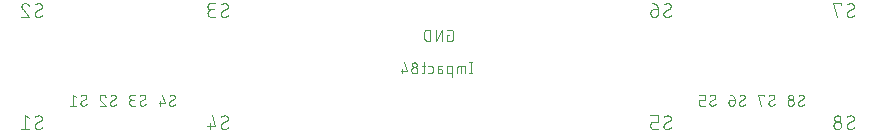
<source format=gbr>
G04 EAGLE Gerber RS-274X export*
G75*
%MOMM*%
%FSLAX34Y34*%
%LPD*%
%INSilkscreen Bottom*%
%IPPOS*%
%AMOC8*
5,1,8,0,0,1.08239X$1,22.5*%
G01*
%ADD10C,0.076200*%
%ADD11C,0.101600*%


D10*
X527184Y77119D02*
X527184Y67721D01*
X528228Y67721D02*
X526140Y67721D01*
X526140Y77119D02*
X528228Y77119D01*
X522087Y73986D02*
X522087Y67721D01*
X522087Y73986D02*
X517388Y73986D01*
X517311Y73984D01*
X517235Y73978D01*
X517158Y73969D01*
X517082Y73956D01*
X517007Y73939D01*
X516933Y73919D01*
X516860Y73894D01*
X516789Y73867D01*
X516718Y73836D01*
X516650Y73801D01*
X516583Y73763D01*
X516518Y73722D01*
X516455Y73678D01*
X516395Y73631D01*
X516336Y73580D01*
X516281Y73527D01*
X516228Y73472D01*
X516177Y73413D01*
X516130Y73353D01*
X516086Y73290D01*
X516045Y73225D01*
X516007Y73158D01*
X515972Y73090D01*
X515941Y73019D01*
X515914Y72948D01*
X515889Y72875D01*
X515869Y72801D01*
X515852Y72726D01*
X515839Y72650D01*
X515830Y72573D01*
X515824Y72497D01*
X515822Y72420D01*
X515822Y67721D01*
X518954Y67721D02*
X518954Y73986D01*
X511244Y73986D02*
X511244Y64588D01*
X511244Y73986D02*
X508633Y73986D01*
X508556Y73984D01*
X508480Y73978D01*
X508403Y73969D01*
X508327Y73956D01*
X508253Y73939D01*
X508178Y73919D01*
X508105Y73894D01*
X508034Y73867D01*
X507963Y73836D01*
X507895Y73801D01*
X507828Y73763D01*
X507763Y73722D01*
X507700Y73678D01*
X507640Y73631D01*
X507581Y73580D01*
X507526Y73527D01*
X507473Y73472D01*
X507422Y73413D01*
X507375Y73353D01*
X507331Y73290D01*
X507290Y73225D01*
X507252Y73158D01*
X507217Y73090D01*
X507186Y73019D01*
X507159Y72948D01*
X507134Y72875D01*
X507114Y72801D01*
X507097Y72726D01*
X507084Y72650D01*
X507075Y72574D01*
X507069Y72497D01*
X507067Y72420D01*
X507067Y69287D01*
X507069Y69210D01*
X507075Y69134D01*
X507084Y69057D01*
X507097Y68981D01*
X507114Y68906D01*
X507134Y68832D01*
X507159Y68759D01*
X507186Y68688D01*
X507217Y68617D01*
X507252Y68549D01*
X507290Y68482D01*
X507331Y68417D01*
X507375Y68354D01*
X507422Y68294D01*
X507473Y68235D01*
X507526Y68180D01*
X507581Y68127D01*
X507640Y68076D01*
X507700Y68029D01*
X507763Y67985D01*
X507828Y67944D01*
X507895Y67906D01*
X507963Y67871D01*
X508034Y67840D01*
X508105Y67813D01*
X508178Y67788D01*
X508253Y67768D01*
X508328Y67751D01*
X508403Y67738D01*
X508480Y67729D01*
X508556Y67723D01*
X508633Y67721D01*
X511244Y67721D01*
X501583Y71376D02*
X499233Y71376D01*
X501583Y71375D02*
X501667Y71373D01*
X501752Y71367D01*
X501835Y71357D01*
X501919Y71344D01*
X502001Y71326D01*
X502083Y71305D01*
X502164Y71280D01*
X502243Y71252D01*
X502321Y71219D01*
X502397Y71183D01*
X502472Y71144D01*
X502545Y71101D01*
X502616Y71055D01*
X502684Y71006D01*
X502750Y70954D01*
X502814Y70898D01*
X502875Y70840D01*
X502933Y70779D01*
X502989Y70715D01*
X503041Y70649D01*
X503090Y70581D01*
X503136Y70510D01*
X503179Y70437D01*
X503218Y70362D01*
X503254Y70286D01*
X503287Y70208D01*
X503315Y70129D01*
X503340Y70048D01*
X503361Y69966D01*
X503379Y69884D01*
X503392Y69800D01*
X503402Y69717D01*
X503408Y69632D01*
X503410Y69548D01*
X503408Y69464D01*
X503402Y69379D01*
X503392Y69296D01*
X503379Y69212D01*
X503361Y69130D01*
X503340Y69048D01*
X503315Y68967D01*
X503287Y68888D01*
X503254Y68810D01*
X503218Y68734D01*
X503179Y68659D01*
X503136Y68586D01*
X503090Y68515D01*
X503041Y68447D01*
X502989Y68381D01*
X502933Y68317D01*
X502875Y68256D01*
X502814Y68198D01*
X502750Y68142D01*
X502684Y68090D01*
X502616Y68041D01*
X502545Y67995D01*
X502472Y67952D01*
X502397Y67913D01*
X502321Y67877D01*
X502243Y67844D01*
X502164Y67816D01*
X502083Y67791D01*
X502001Y67770D01*
X501919Y67752D01*
X501835Y67739D01*
X501752Y67729D01*
X501667Y67723D01*
X501583Y67721D01*
X499233Y67721D01*
X499233Y72420D01*
X499234Y72420D02*
X499236Y72497D01*
X499242Y72573D01*
X499251Y72650D01*
X499264Y72726D01*
X499281Y72801D01*
X499301Y72875D01*
X499326Y72948D01*
X499353Y73019D01*
X499384Y73090D01*
X499419Y73158D01*
X499457Y73225D01*
X499498Y73290D01*
X499542Y73353D01*
X499589Y73413D01*
X499640Y73472D01*
X499693Y73527D01*
X499748Y73580D01*
X499807Y73631D01*
X499867Y73678D01*
X499930Y73722D01*
X499995Y73763D01*
X500062Y73801D01*
X500130Y73836D01*
X500201Y73867D01*
X500272Y73894D01*
X500345Y73919D01*
X500420Y73939D01*
X500495Y73956D01*
X500570Y73969D01*
X500647Y73978D01*
X500723Y73984D01*
X500800Y73986D01*
X502888Y73986D01*
X493558Y67721D02*
X491470Y67721D01*
X493558Y67721D02*
X493635Y67723D01*
X493711Y67729D01*
X493788Y67738D01*
X493864Y67751D01*
X493939Y67768D01*
X494013Y67788D01*
X494086Y67813D01*
X494157Y67840D01*
X494228Y67871D01*
X494296Y67906D01*
X494363Y67944D01*
X494428Y67985D01*
X494491Y68029D01*
X494551Y68076D01*
X494610Y68127D01*
X494665Y68180D01*
X494718Y68235D01*
X494769Y68294D01*
X494816Y68354D01*
X494860Y68417D01*
X494901Y68482D01*
X494939Y68549D01*
X494974Y68617D01*
X495005Y68688D01*
X495032Y68759D01*
X495057Y68832D01*
X495077Y68906D01*
X495094Y68981D01*
X495107Y69057D01*
X495116Y69134D01*
X495122Y69210D01*
X495124Y69287D01*
X495125Y69287D02*
X495125Y72420D01*
X495124Y72420D02*
X495122Y72497D01*
X495116Y72573D01*
X495107Y72650D01*
X495094Y72726D01*
X495077Y72801D01*
X495057Y72875D01*
X495032Y72948D01*
X495005Y73019D01*
X494974Y73090D01*
X494939Y73158D01*
X494901Y73225D01*
X494860Y73290D01*
X494816Y73353D01*
X494769Y73413D01*
X494718Y73472D01*
X494665Y73527D01*
X494610Y73580D01*
X494551Y73631D01*
X494491Y73678D01*
X494428Y73722D01*
X494363Y73763D01*
X494296Y73801D01*
X494228Y73836D01*
X494157Y73867D01*
X494086Y73894D01*
X494013Y73919D01*
X493939Y73939D01*
X493864Y73956D01*
X493788Y73969D01*
X493711Y73978D01*
X493635Y73984D01*
X493558Y73986D01*
X491470Y73986D01*
X488893Y73986D02*
X485761Y73986D01*
X487849Y77119D02*
X487849Y69287D01*
X487847Y69210D01*
X487841Y69134D01*
X487832Y69057D01*
X487819Y68981D01*
X487802Y68906D01*
X487782Y68832D01*
X487757Y68759D01*
X487730Y68688D01*
X487699Y68617D01*
X487664Y68549D01*
X487626Y68482D01*
X487585Y68417D01*
X487541Y68354D01*
X487494Y68294D01*
X487443Y68235D01*
X487390Y68180D01*
X487335Y68127D01*
X487276Y68076D01*
X487216Y68029D01*
X487153Y67985D01*
X487088Y67944D01*
X487021Y67906D01*
X486953Y67871D01*
X486882Y67840D01*
X486811Y67813D01*
X486738Y67788D01*
X486664Y67768D01*
X486589Y67751D01*
X486513Y67738D01*
X486436Y67729D01*
X486360Y67723D01*
X486283Y67721D01*
X485761Y67721D01*
X482247Y70332D02*
X482245Y70433D01*
X482239Y70534D01*
X482229Y70635D01*
X482216Y70735D01*
X482198Y70835D01*
X482177Y70934D01*
X482151Y71032D01*
X482122Y71129D01*
X482090Y71225D01*
X482053Y71319D01*
X482013Y71412D01*
X481969Y71504D01*
X481922Y71593D01*
X481871Y71681D01*
X481817Y71767D01*
X481760Y71850D01*
X481700Y71932D01*
X481636Y72010D01*
X481570Y72087D01*
X481500Y72160D01*
X481428Y72231D01*
X481353Y72299D01*
X481275Y72364D01*
X481195Y72426D01*
X481113Y72485D01*
X481028Y72541D01*
X480942Y72593D01*
X480853Y72642D01*
X480762Y72688D01*
X480670Y72729D01*
X480576Y72768D01*
X480481Y72802D01*
X480385Y72833D01*
X480287Y72860D01*
X480189Y72884D01*
X480089Y72903D01*
X479989Y72919D01*
X479889Y72931D01*
X479788Y72939D01*
X479687Y72943D01*
X479585Y72943D01*
X479484Y72939D01*
X479383Y72931D01*
X479283Y72919D01*
X479183Y72903D01*
X479083Y72884D01*
X478985Y72860D01*
X478887Y72833D01*
X478791Y72802D01*
X478696Y72768D01*
X478602Y72729D01*
X478510Y72688D01*
X478419Y72642D01*
X478331Y72593D01*
X478244Y72541D01*
X478159Y72485D01*
X478077Y72426D01*
X477997Y72364D01*
X477919Y72299D01*
X477844Y72231D01*
X477772Y72160D01*
X477702Y72087D01*
X477636Y72010D01*
X477572Y71932D01*
X477512Y71850D01*
X477455Y71767D01*
X477401Y71681D01*
X477350Y71593D01*
X477303Y71504D01*
X477259Y71412D01*
X477219Y71319D01*
X477182Y71225D01*
X477150Y71129D01*
X477121Y71032D01*
X477095Y70934D01*
X477074Y70835D01*
X477056Y70735D01*
X477043Y70635D01*
X477033Y70534D01*
X477027Y70433D01*
X477025Y70332D01*
X477027Y70231D01*
X477033Y70130D01*
X477043Y70029D01*
X477056Y69929D01*
X477074Y69829D01*
X477095Y69730D01*
X477121Y69632D01*
X477150Y69535D01*
X477182Y69439D01*
X477219Y69345D01*
X477259Y69252D01*
X477303Y69160D01*
X477350Y69071D01*
X477401Y68983D01*
X477455Y68897D01*
X477512Y68814D01*
X477572Y68732D01*
X477636Y68654D01*
X477702Y68577D01*
X477772Y68504D01*
X477844Y68433D01*
X477919Y68365D01*
X477997Y68300D01*
X478077Y68238D01*
X478159Y68179D01*
X478244Y68123D01*
X478331Y68071D01*
X478419Y68022D01*
X478510Y67976D01*
X478602Y67935D01*
X478696Y67896D01*
X478791Y67862D01*
X478887Y67831D01*
X478985Y67804D01*
X479083Y67780D01*
X479183Y67761D01*
X479283Y67745D01*
X479383Y67733D01*
X479484Y67725D01*
X479585Y67721D01*
X479687Y67721D01*
X479788Y67725D01*
X479889Y67733D01*
X479989Y67745D01*
X480089Y67761D01*
X480189Y67780D01*
X480287Y67804D01*
X480385Y67831D01*
X480481Y67862D01*
X480576Y67896D01*
X480670Y67935D01*
X480762Y67976D01*
X480853Y68022D01*
X480941Y68071D01*
X481028Y68123D01*
X481113Y68179D01*
X481195Y68238D01*
X481275Y68300D01*
X481353Y68365D01*
X481428Y68433D01*
X481500Y68504D01*
X481570Y68577D01*
X481636Y68654D01*
X481700Y68732D01*
X481760Y68814D01*
X481817Y68897D01*
X481871Y68983D01*
X481922Y69071D01*
X481969Y69160D01*
X482013Y69252D01*
X482053Y69345D01*
X482090Y69439D01*
X482122Y69535D01*
X482151Y69632D01*
X482177Y69730D01*
X482198Y69829D01*
X482216Y69929D01*
X482229Y70029D01*
X482239Y70130D01*
X482245Y70231D01*
X482247Y70332D01*
X481724Y75031D02*
X481722Y75121D01*
X481716Y75210D01*
X481707Y75300D01*
X481693Y75389D01*
X481676Y75477D01*
X481655Y75564D01*
X481630Y75651D01*
X481601Y75736D01*
X481569Y75820D01*
X481534Y75902D01*
X481494Y75983D01*
X481452Y76062D01*
X481406Y76139D01*
X481356Y76214D01*
X481304Y76287D01*
X481248Y76358D01*
X481190Y76426D01*
X481128Y76491D01*
X481064Y76554D01*
X480997Y76614D01*
X480928Y76671D01*
X480856Y76725D01*
X480782Y76776D01*
X480706Y76824D01*
X480628Y76868D01*
X480548Y76909D01*
X480466Y76947D01*
X480383Y76981D01*
X480298Y77011D01*
X480212Y77038D01*
X480126Y77061D01*
X480038Y77080D01*
X479949Y77095D01*
X479860Y77107D01*
X479771Y77115D01*
X479681Y77119D01*
X479591Y77119D01*
X479501Y77115D01*
X479412Y77107D01*
X479323Y77095D01*
X479234Y77080D01*
X479146Y77061D01*
X479060Y77038D01*
X478974Y77011D01*
X478889Y76981D01*
X478806Y76947D01*
X478724Y76909D01*
X478644Y76868D01*
X478566Y76824D01*
X478490Y76776D01*
X478416Y76725D01*
X478344Y76671D01*
X478275Y76614D01*
X478208Y76554D01*
X478144Y76491D01*
X478082Y76426D01*
X478024Y76358D01*
X477968Y76287D01*
X477916Y76214D01*
X477866Y76139D01*
X477820Y76062D01*
X477778Y75983D01*
X477738Y75902D01*
X477703Y75820D01*
X477671Y75736D01*
X477642Y75651D01*
X477617Y75564D01*
X477596Y75477D01*
X477579Y75389D01*
X477565Y75300D01*
X477556Y75210D01*
X477550Y75121D01*
X477548Y75031D01*
X477550Y74941D01*
X477556Y74852D01*
X477565Y74762D01*
X477579Y74673D01*
X477596Y74585D01*
X477617Y74498D01*
X477642Y74411D01*
X477671Y74326D01*
X477703Y74242D01*
X477738Y74160D01*
X477778Y74079D01*
X477820Y74000D01*
X477866Y73923D01*
X477916Y73848D01*
X477968Y73775D01*
X478024Y73704D01*
X478082Y73636D01*
X478144Y73571D01*
X478208Y73508D01*
X478275Y73448D01*
X478344Y73391D01*
X478416Y73337D01*
X478490Y73286D01*
X478566Y73238D01*
X478644Y73194D01*
X478724Y73153D01*
X478806Y73115D01*
X478889Y73081D01*
X478974Y73051D01*
X479060Y73024D01*
X479146Y73001D01*
X479234Y72982D01*
X479323Y72967D01*
X479412Y72955D01*
X479501Y72947D01*
X479591Y72943D01*
X479681Y72943D01*
X479771Y72947D01*
X479860Y72955D01*
X479949Y72967D01*
X480038Y72982D01*
X480126Y73001D01*
X480212Y73024D01*
X480298Y73051D01*
X480383Y73081D01*
X480466Y73115D01*
X480548Y73153D01*
X480628Y73194D01*
X480706Y73238D01*
X480782Y73286D01*
X480856Y73337D01*
X480928Y73391D01*
X480997Y73448D01*
X481064Y73508D01*
X481128Y73571D01*
X481190Y73636D01*
X481248Y73704D01*
X481304Y73775D01*
X481356Y73848D01*
X481406Y73923D01*
X481452Y74000D01*
X481494Y74079D01*
X481534Y74160D01*
X481569Y74242D01*
X481601Y74326D01*
X481630Y74411D01*
X481655Y74498D01*
X481676Y74585D01*
X481693Y74673D01*
X481707Y74762D01*
X481716Y74852D01*
X481722Y74941D01*
X481724Y75031D01*
X473102Y69809D02*
X471014Y77119D01*
X473102Y69809D02*
X467881Y69809D01*
X469447Y71898D02*
X469447Y67721D01*
D11*
X160597Y20508D02*
X160498Y20510D01*
X160398Y20516D01*
X160299Y20525D01*
X160201Y20538D01*
X160103Y20555D01*
X160005Y20576D01*
X159909Y20601D01*
X159814Y20629D01*
X159720Y20661D01*
X159627Y20696D01*
X159535Y20735D01*
X159445Y20778D01*
X159357Y20823D01*
X159270Y20873D01*
X159186Y20925D01*
X159103Y20981D01*
X159023Y21039D01*
X158945Y21101D01*
X158870Y21166D01*
X158797Y21234D01*
X158727Y21304D01*
X158659Y21377D01*
X158594Y21452D01*
X158532Y21530D01*
X158474Y21610D01*
X158418Y21693D01*
X158366Y21777D01*
X158316Y21864D01*
X158271Y21952D01*
X158228Y22042D01*
X158189Y22134D01*
X158154Y22227D01*
X158122Y22321D01*
X158094Y22416D01*
X158069Y22512D01*
X158048Y22610D01*
X158031Y22708D01*
X158018Y22806D01*
X158009Y22905D01*
X158003Y23005D01*
X158001Y23104D01*
X160597Y20508D02*
X160741Y20510D01*
X160886Y20516D01*
X161030Y20525D01*
X161173Y20538D01*
X161317Y20555D01*
X161460Y20576D01*
X161602Y20601D01*
X161743Y20629D01*
X161884Y20661D01*
X162024Y20697D01*
X162163Y20736D01*
X162301Y20779D01*
X162437Y20826D01*
X162573Y20876D01*
X162707Y20930D01*
X162839Y20987D01*
X162970Y21048D01*
X163099Y21112D01*
X163227Y21180D01*
X163353Y21251D01*
X163477Y21325D01*
X163598Y21402D01*
X163718Y21483D01*
X163836Y21566D01*
X163951Y21653D01*
X164064Y21743D01*
X164175Y21836D01*
X164283Y21931D01*
X164389Y22030D01*
X164492Y22131D01*
X164167Y29596D02*
X164165Y29695D01*
X164159Y29795D01*
X164150Y29894D01*
X164137Y29992D01*
X164120Y30090D01*
X164099Y30188D01*
X164074Y30284D01*
X164046Y30379D01*
X164014Y30473D01*
X163979Y30566D01*
X163940Y30658D01*
X163897Y30748D01*
X163852Y30836D01*
X163802Y30923D01*
X163750Y31007D01*
X163694Y31090D01*
X163636Y31170D01*
X163574Y31248D01*
X163509Y31323D01*
X163441Y31396D01*
X163371Y31466D01*
X163298Y31534D01*
X163223Y31599D01*
X163145Y31661D01*
X163065Y31719D01*
X162982Y31775D01*
X162898Y31827D01*
X162811Y31877D01*
X162723Y31922D01*
X162633Y31965D01*
X162541Y32004D01*
X162448Y32039D01*
X162354Y32071D01*
X162259Y32099D01*
X162163Y32124D01*
X162065Y32145D01*
X161967Y32162D01*
X161869Y32175D01*
X161770Y32184D01*
X161670Y32190D01*
X161571Y32192D01*
X161435Y32190D01*
X161299Y32184D01*
X161163Y32175D01*
X161027Y32162D01*
X160892Y32144D01*
X160758Y32124D01*
X160624Y32099D01*
X160490Y32071D01*
X160358Y32038D01*
X160227Y32003D01*
X160096Y31963D01*
X159967Y31920D01*
X159839Y31874D01*
X159713Y31823D01*
X159587Y31770D01*
X159464Y31712D01*
X159342Y31652D01*
X159222Y31588D01*
X159103Y31520D01*
X158987Y31450D01*
X158873Y31376D01*
X158760Y31299D01*
X158650Y31218D01*
X162869Y27324D02*
X162955Y27377D01*
X163039Y27434D01*
X163121Y27493D01*
X163201Y27556D01*
X163278Y27622D01*
X163353Y27690D01*
X163425Y27762D01*
X163494Y27836D01*
X163560Y27913D01*
X163623Y27992D01*
X163683Y28074D01*
X163740Y28158D01*
X163794Y28244D01*
X163844Y28332D01*
X163891Y28422D01*
X163935Y28513D01*
X163974Y28607D01*
X164011Y28701D01*
X164043Y28797D01*
X164072Y28895D01*
X164097Y28993D01*
X164118Y29092D01*
X164136Y29192D01*
X164149Y29292D01*
X164159Y29393D01*
X164165Y29495D01*
X164167Y29596D01*
X159299Y25376D02*
X159213Y25323D01*
X159129Y25266D01*
X159047Y25207D01*
X158967Y25144D01*
X158890Y25078D01*
X158815Y25010D01*
X158743Y24938D01*
X158674Y24864D01*
X158608Y24787D01*
X158545Y24708D01*
X158485Y24626D01*
X158428Y24542D01*
X158374Y24456D01*
X158324Y24368D01*
X158277Y24278D01*
X158233Y24187D01*
X158194Y24093D01*
X158157Y23999D01*
X158125Y23903D01*
X158096Y23805D01*
X158071Y23707D01*
X158050Y23608D01*
X158032Y23508D01*
X158019Y23408D01*
X158009Y23307D01*
X158003Y23205D01*
X158001Y23104D01*
X159299Y25376D02*
X162869Y27324D01*
X153443Y29596D02*
X150198Y32192D01*
X150198Y20508D01*
X153443Y20508D02*
X146952Y20508D01*
X160597Y115508D02*
X160498Y115510D01*
X160398Y115516D01*
X160299Y115525D01*
X160201Y115538D01*
X160103Y115555D01*
X160005Y115576D01*
X159909Y115601D01*
X159814Y115629D01*
X159720Y115661D01*
X159627Y115696D01*
X159535Y115735D01*
X159445Y115778D01*
X159357Y115823D01*
X159270Y115873D01*
X159186Y115925D01*
X159103Y115981D01*
X159023Y116039D01*
X158945Y116101D01*
X158870Y116166D01*
X158797Y116234D01*
X158727Y116304D01*
X158659Y116377D01*
X158594Y116452D01*
X158532Y116530D01*
X158474Y116610D01*
X158418Y116693D01*
X158366Y116777D01*
X158316Y116864D01*
X158271Y116952D01*
X158228Y117042D01*
X158189Y117134D01*
X158154Y117227D01*
X158122Y117321D01*
X158094Y117416D01*
X158069Y117512D01*
X158048Y117610D01*
X158031Y117708D01*
X158018Y117806D01*
X158009Y117905D01*
X158003Y118005D01*
X158001Y118104D01*
X160597Y115508D02*
X160741Y115510D01*
X160886Y115516D01*
X161030Y115525D01*
X161173Y115538D01*
X161317Y115555D01*
X161460Y115576D01*
X161602Y115601D01*
X161743Y115629D01*
X161884Y115661D01*
X162024Y115697D01*
X162163Y115736D01*
X162301Y115779D01*
X162437Y115826D01*
X162573Y115876D01*
X162707Y115930D01*
X162839Y115987D01*
X162970Y116048D01*
X163099Y116112D01*
X163227Y116180D01*
X163353Y116251D01*
X163477Y116325D01*
X163598Y116402D01*
X163718Y116483D01*
X163836Y116566D01*
X163951Y116653D01*
X164064Y116743D01*
X164175Y116836D01*
X164283Y116931D01*
X164389Y117030D01*
X164492Y117131D01*
X164167Y124596D02*
X164165Y124695D01*
X164159Y124795D01*
X164150Y124894D01*
X164137Y124992D01*
X164120Y125090D01*
X164099Y125188D01*
X164074Y125284D01*
X164046Y125379D01*
X164014Y125473D01*
X163979Y125566D01*
X163940Y125658D01*
X163897Y125748D01*
X163852Y125836D01*
X163802Y125923D01*
X163750Y126007D01*
X163694Y126090D01*
X163636Y126170D01*
X163574Y126248D01*
X163509Y126323D01*
X163441Y126396D01*
X163371Y126466D01*
X163298Y126534D01*
X163223Y126599D01*
X163145Y126661D01*
X163065Y126719D01*
X162982Y126775D01*
X162898Y126827D01*
X162811Y126877D01*
X162723Y126922D01*
X162633Y126965D01*
X162541Y127004D01*
X162448Y127039D01*
X162354Y127071D01*
X162259Y127099D01*
X162163Y127124D01*
X162065Y127145D01*
X161967Y127162D01*
X161869Y127175D01*
X161770Y127184D01*
X161670Y127190D01*
X161571Y127192D01*
X161435Y127190D01*
X161299Y127184D01*
X161163Y127175D01*
X161027Y127162D01*
X160892Y127144D01*
X160758Y127124D01*
X160624Y127099D01*
X160490Y127071D01*
X160358Y127038D01*
X160227Y127003D01*
X160096Y126963D01*
X159967Y126920D01*
X159839Y126874D01*
X159713Y126823D01*
X159587Y126770D01*
X159464Y126712D01*
X159342Y126652D01*
X159222Y126588D01*
X159103Y126520D01*
X158987Y126450D01*
X158873Y126376D01*
X158760Y126299D01*
X158650Y126218D01*
X162869Y122324D02*
X162955Y122377D01*
X163039Y122434D01*
X163121Y122493D01*
X163201Y122556D01*
X163278Y122622D01*
X163353Y122690D01*
X163425Y122762D01*
X163494Y122836D01*
X163560Y122913D01*
X163623Y122992D01*
X163683Y123074D01*
X163740Y123158D01*
X163794Y123244D01*
X163844Y123332D01*
X163891Y123422D01*
X163935Y123513D01*
X163974Y123607D01*
X164011Y123701D01*
X164043Y123797D01*
X164072Y123895D01*
X164097Y123993D01*
X164118Y124092D01*
X164136Y124192D01*
X164149Y124292D01*
X164159Y124393D01*
X164165Y124495D01*
X164167Y124596D01*
X159299Y120376D02*
X159213Y120323D01*
X159129Y120266D01*
X159047Y120207D01*
X158967Y120144D01*
X158890Y120078D01*
X158815Y120010D01*
X158743Y119938D01*
X158674Y119864D01*
X158608Y119787D01*
X158545Y119708D01*
X158485Y119626D01*
X158428Y119542D01*
X158374Y119456D01*
X158324Y119368D01*
X158277Y119278D01*
X158233Y119187D01*
X158194Y119093D01*
X158157Y118999D01*
X158125Y118903D01*
X158096Y118805D01*
X158071Y118707D01*
X158050Y118608D01*
X158032Y118508D01*
X158019Y118408D01*
X158009Y118307D01*
X158003Y118205D01*
X158001Y118104D01*
X159299Y120376D02*
X162869Y122324D01*
X149873Y127192D02*
X149766Y127190D01*
X149660Y127184D01*
X149554Y127174D01*
X149448Y127161D01*
X149342Y127143D01*
X149238Y127122D01*
X149134Y127097D01*
X149031Y127068D01*
X148930Y127036D01*
X148830Y126999D01*
X148731Y126959D01*
X148633Y126916D01*
X148537Y126869D01*
X148443Y126818D01*
X148351Y126764D01*
X148261Y126707D01*
X148173Y126647D01*
X148088Y126583D01*
X148005Y126516D01*
X147924Y126446D01*
X147846Y126374D01*
X147770Y126298D01*
X147698Y126220D01*
X147628Y126139D01*
X147561Y126056D01*
X147497Y125971D01*
X147437Y125883D01*
X147380Y125793D01*
X147326Y125701D01*
X147275Y125607D01*
X147228Y125511D01*
X147185Y125413D01*
X147145Y125314D01*
X147108Y125214D01*
X147076Y125113D01*
X147047Y125010D01*
X147022Y124906D01*
X147001Y124802D01*
X146983Y124696D01*
X146970Y124590D01*
X146960Y124484D01*
X146954Y124378D01*
X146952Y124271D01*
X149873Y127192D02*
X149994Y127190D01*
X150115Y127184D01*
X150235Y127174D01*
X150356Y127161D01*
X150475Y127143D01*
X150595Y127122D01*
X150713Y127097D01*
X150830Y127068D01*
X150947Y127035D01*
X151062Y126999D01*
X151176Y126958D01*
X151289Y126915D01*
X151401Y126867D01*
X151510Y126816D01*
X151618Y126761D01*
X151725Y126703D01*
X151829Y126642D01*
X151931Y126577D01*
X152031Y126509D01*
X152129Y126438D01*
X152225Y126364D01*
X152318Y126287D01*
X152408Y126206D01*
X152496Y126123D01*
X152581Y126037D01*
X152664Y125948D01*
X152743Y125857D01*
X152820Y125763D01*
X152893Y125667D01*
X152963Y125569D01*
X153030Y125468D01*
X153094Y125365D01*
X153155Y125260D01*
X153212Y125153D01*
X153265Y125045D01*
X153315Y124935D01*
X153361Y124823D01*
X153404Y124710D01*
X153443Y124595D01*
X147926Y121999D02*
X147847Y122077D01*
X147771Y122157D01*
X147698Y122240D01*
X147628Y122326D01*
X147561Y122413D01*
X147497Y122504D01*
X147437Y122596D01*
X147379Y122690D01*
X147325Y122787D01*
X147275Y122885D01*
X147228Y122985D01*
X147184Y123086D01*
X147144Y123189D01*
X147108Y123294D01*
X147076Y123399D01*
X147047Y123506D01*
X147022Y123613D01*
X147000Y123722D01*
X146983Y123831D01*
X146969Y123940D01*
X146960Y124050D01*
X146954Y124161D01*
X146952Y124271D01*
X147926Y121999D02*
X153443Y115508D01*
X146952Y115508D01*
X315501Y118104D02*
X315503Y118005D01*
X315509Y117905D01*
X315518Y117806D01*
X315531Y117708D01*
X315548Y117610D01*
X315569Y117512D01*
X315594Y117416D01*
X315622Y117321D01*
X315654Y117227D01*
X315689Y117134D01*
X315728Y117042D01*
X315771Y116952D01*
X315816Y116864D01*
X315866Y116777D01*
X315918Y116693D01*
X315974Y116610D01*
X316032Y116530D01*
X316094Y116452D01*
X316159Y116377D01*
X316227Y116304D01*
X316297Y116234D01*
X316370Y116166D01*
X316445Y116101D01*
X316523Y116039D01*
X316603Y115981D01*
X316686Y115925D01*
X316770Y115873D01*
X316857Y115823D01*
X316945Y115778D01*
X317035Y115735D01*
X317127Y115696D01*
X317220Y115661D01*
X317314Y115629D01*
X317409Y115601D01*
X317505Y115576D01*
X317603Y115555D01*
X317701Y115538D01*
X317799Y115525D01*
X317898Y115516D01*
X317998Y115510D01*
X318097Y115508D01*
X318241Y115510D01*
X318386Y115516D01*
X318530Y115525D01*
X318673Y115538D01*
X318817Y115555D01*
X318960Y115576D01*
X319102Y115601D01*
X319243Y115629D01*
X319384Y115661D01*
X319524Y115697D01*
X319663Y115736D01*
X319801Y115779D01*
X319937Y115826D01*
X320073Y115876D01*
X320207Y115930D01*
X320339Y115987D01*
X320470Y116048D01*
X320599Y116112D01*
X320727Y116180D01*
X320853Y116251D01*
X320977Y116325D01*
X321098Y116402D01*
X321218Y116483D01*
X321336Y116566D01*
X321451Y116653D01*
X321564Y116743D01*
X321675Y116836D01*
X321783Y116931D01*
X321889Y117030D01*
X321992Y117131D01*
X321667Y124596D02*
X321665Y124695D01*
X321659Y124795D01*
X321650Y124894D01*
X321637Y124992D01*
X321620Y125090D01*
X321599Y125188D01*
X321574Y125284D01*
X321546Y125379D01*
X321514Y125473D01*
X321479Y125566D01*
X321440Y125658D01*
X321397Y125748D01*
X321352Y125836D01*
X321302Y125923D01*
X321250Y126007D01*
X321194Y126090D01*
X321136Y126170D01*
X321074Y126248D01*
X321009Y126323D01*
X320941Y126396D01*
X320871Y126466D01*
X320798Y126534D01*
X320723Y126599D01*
X320645Y126661D01*
X320565Y126719D01*
X320482Y126775D01*
X320398Y126827D01*
X320311Y126877D01*
X320223Y126922D01*
X320133Y126965D01*
X320041Y127004D01*
X319948Y127039D01*
X319854Y127071D01*
X319759Y127099D01*
X319663Y127124D01*
X319565Y127145D01*
X319467Y127162D01*
X319369Y127175D01*
X319270Y127184D01*
X319170Y127190D01*
X319071Y127192D01*
X318935Y127190D01*
X318799Y127184D01*
X318663Y127175D01*
X318527Y127162D01*
X318392Y127144D01*
X318258Y127124D01*
X318124Y127099D01*
X317990Y127071D01*
X317858Y127038D01*
X317727Y127003D01*
X317596Y126963D01*
X317467Y126920D01*
X317339Y126874D01*
X317213Y126823D01*
X317087Y126770D01*
X316964Y126712D01*
X316842Y126652D01*
X316722Y126588D01*
X316603Y126520D01*
X316487Y126450D01*
X316373Y126376D01*
X316260Y126299D01*
X316150Y126218D01*
X320369Y122324D02*
X320455Y122377D01*
X320539Y122434D01*
X320621Y122493D01*
X320701Y122556D01*
X320778Y122622D01*
X320853Y122690D01*
X320925Y122762D01*
X320994Y122836D01*
X321060Y122913D01*
X321123Y122992D01*
X321183Y123074D01*
X321240Y123158D01*
X321294Y123244D01*
X321344Y123332D01*
X321391Y123422D01*
X321435Y123513D01*
X321474Y123607D01*
X321511Y123701D01*
X321543Y123797D01*
X321572Y123895D01*
X321597Y123993D01*
X321618Y124092D01*
X321636Y124192D01*
X321649Y124292D01*
X321659Y124393D01*
X321665Y124495D01*
X321667Y124596D01*
X316799Y120376D02*
X316713Y120323D01*
X316629Y120266D01*
X316547Y120207D01*
X316467Y120144D01*
X316390Y120078D01*
X316315Y120010D01*
X316243Y119938D01*
X316174Y119864D01*
X316108Y119787D01*
X316045Y119708D01*
X315985Y119626D01*
X315928Y119542D01*
X315874Y119456D01*
X315824Y119368D01*
X315777Y119278D01*
X315733Y119187D01*
X315694Y119093D01*
X315657Y118999D01*
X315625Y118903D01*
X315596Y118805D01*
X315571Y118707D01*
X315550Y118608D01*
X315532Y118508D01*
X315519Y118408D01*
X315509Y118307D01*
X315503Y118205D01*
X315501Y118104D01*
X316799Y120376D02*
X320369Y122324D01*
X310943Y115508D02*
X307698Y115508D01*
X307585Y115510D01*
X307472Y115516D01*
X307359Y115526D01*
X307246Y115540D01*
X307134Y115557D01*
X307023Y115579D01*
X306913Y115604D01*
X306803Y115634D01*
X306695Y115667D01*
X306588Y115704D01*
X306482Y115744D01*
X306378Y115789D01*
X306275Y115837D01*
X306174Y115888D01*
X306075Y115943D01*
X305978Y116001D01*
X305883Y116063D01*
X305790Y116128D01*
X305700Y116196D01*
X305612Y116267D01*
X305526Y116342D01*
X305443Y116419D01*
X305363Y116499D01*
X305286Y116582D01*
X305211Y116668D01*
X305140Y116756D01*
X305072Y116846D01*
X305007Y116939D01*
X304945Y117034D01*
X304887Y117131D01*
X304832Y117230D01*
X304781Y117331D01*
X304733Y117434D01*
X304688Y117538D01*
X304648Y117644D01*
X304611Y117751D01*
X304578Y117859D01*
X304548Y117969D01*
X304523Y118079D01*
X304501Y118190D01*
X304484Y118302D01*
X304470Y118415D01*
X304460Y118528D01*
X304454Y118641D01*
X304452Y118754D01*
X304454Y118867D01*
X304460Y118980D01*
X304470Y119093D01*
X304484Y119206D01*
X304501Y119318D01*
X304523Y119429D01*
X304548Y119539D01*
X304578Y119649D01*
X304611Y119757D01*
X304648Y119864D01*
X304688Y119970D01*
X304733Y120074D01*
X304781Y120177D01*
X304832Y120278D01*
X304887Y120377D01*
X304945Y120474D01*
X305007Y120569D01*
X305072Y120662D01*
X305140Y120752D01*
X305211Y120840D01*
X305286Y120926D01*
X305363Y121009D01*
X305443Y121089D01*
X305526Y121166D01*
X305612Y121241D01*
X305700Y121312D01*
X305790Y121380D01*
X305883Y121445D01*
X305978Y121507D01*
X306075Y121565D01*
X306174Y121620D01*
X306275Y121671D01*
X306378Y121719D01*
X306482Y121764D01*
X306588Y121804D01*
X306695Y121841D01*
X306803Y121874D01*
X306913Y121904D01*
X307023Y121929D01*
X307134Y121951D01*
X307246Y121968D01*
X307359Y121982D01*
X307472Y121992D01*
X307585Y121998D01*
X307698Y122000D01*
X307048Y127192D02*
X310943Y127192D01*
X307048Y127192D02*
X306947Y127190D01*
X306847Y127184D01*
X306747Y127174D01*
X306647Y127161D01*
X306548Y127143D01*
X306449Y127122D01*
X306352Y127097D01*
X306255Y127068D01*
X306160Y127035D01*
X306066Y126999D01*
X305974Y126959D01*
X305883Y126916D01*
X305794Y126869D01*
X305707Y126819D01*
X305621Y126765D01*
X305538Y126708D01*
X305458Y126648D01*
X305379Y126585D01*
X305303Y126518D01*
X305230Y126449D01*
X305160Y126377D01*
X305092Y126303D01*
X305027Y126226D01*
X304966Y126146D01*
X304907Y126064D01*
X304852Y125980D01*
X304800Y125894D01*
X304751Y125806D01*
X304706Y125716D01*
X304664Y125624D01*
X304626Y125531D01*
X304592Y125436D01*
X304561Y125341D01*
X304534Y125244D01*
X304511Y125146D01*
X304491Y125047D01*
X304476Y124947D01*
X304464Y124847D01*
X304456Y124747D01*
X304452Y124646D01*
X304452Y124546D01*
X304456Y124445D01*
X304464Y124345D01*
X304476Y124245D01*
X304491Y124145D01*
X304511Y124046D01*
X304534Y123948D01*
X304561Y123851D01*
X304592Y123756D01*
X304626Y123661D01*
X304664Y123568D01*
X304706Y123476D01*
X304751Y123386D01*
X304800Y123298D01*
X304852Y123212D01*
X304907Y123128D01*
X304966Y123046D01*
X305027Y122966D01*
X305092Y122889D01*
X305160Y122815D01*
X305230Y122743D01*
X305303Y122674D01*
X305379Y122607D01*
X305458Y122544D01*
X305538Y122484D01*
X305621Y122427D01*
X305707Y122373D01*
X305794Y122323D01*
X305883Y122276D01*
X305974Y122233D01*
X306066Y122193D01*
X306160Y122157D01*
X306255Y122124D01*
X306352Y122095D01*
X306449Y122070D01*
X306548Y122049D01*
X306647Y122031D01*
X306747Y122018D01*
X306847Y122008D01*
X306947Y122002D01*
X307048Y122000D01*
X307048Y121999D02*
X309645Y121999D01*
X315501Y23104D02*
X315503Y23005D01*
X315509Y22905D01*
X315518Y22806D01*
X315531Y22708D01*
X315548Y22610D01*
X315569Y22512D01*
X315594Y22416D01*
X315622Y22321D01*
X315654Y22227D01*
X315689Y22134D01*
X315728Y22042D01*
X315771Y21952D01*
X315816Y21864D01*
X315866Y21777D01*
X315918Y21693D01*
X315974Y21610D01*
X316032Y21530D01*
X316094Y21452D01*
X316159Y21377D01*
X316227Y21304D01*
X316297Y21234D01*
X316370Y21166D01*
X316445Y21101D01*
X316523Y21039D01*
X316603Y20981D01*
X316686Y20925D01*
X316770Y20873D01*
X316857Y20823D01*
X316945Y20778D01*
X317035Y20735D01*
X317127Y20696D01*
X317220Y20661D01*
X317314Y20629D01*
X317409Y20601D01*
X317505Y20576D01*
X317603Y20555D01*
X317701Y20538D01*
X317799Y20525D01*
X317898Y20516D01*
X317998Y20510D01*
X318097Y20508D01*
X318241Y20510D01*
X318386Y20516D01*
X318530Y20525D01*
X318673Y20538D01*
X318817Y20555D01*
X318960Y20576D01*
X319102Y20601D01*
X319243Y20629D01*
X319384Y20661D01*
X319524Y20697D01*
X319663Y20736D01*
X319801Y20779D01*
X319937Y20826D01*
X320073Y20876D01*
X320207Y20930D01*
X320339Y20987D01*
X320470Y21048D01*
X320599Y21112D01*
X320727Y21180D01*
X320853Y21251D01*
X320977Y21325D01*
X321098Y21402D01*
X321218Y21483D01*
X321336Y21566D01*
X321451Y21653D01*
X321564Y21743D01*
X321675Y21836D01*
X321783Y21931D01*
X321889Y22030D01*
X321992Y22131D01*
X321667Y29596D02*
X321665Y29695D01*
X321659Y29795D01*
X321650Y29894D01*
X321637Y29992D01*
X321620Y30090D01*
X321599Y30188D01*
X321574Y30284D01*
X321546Y30379D01*
X321514Y30473D01*
X321479Y30566D01*
X321440Y30658D01*
X321397Y30748D01*
X321352Y30836D01*
X321302Y30923D01*
X321250Y31007D01*
X321194Y31090D01*
X321136Y31170D01*
X321074Y31248D01*
X321009Y31323D01*
X320941Y31396D01*
X320871Y31466D01*
X320798Y31534D01*
X320723Y31599D01*
X320645Y31661D01*
X320565Y31719D01*
X320482Y31775D01*
X320398Y31827D01*
X320311Y31877D01*
X320223Y31922D01*
X320133Y31965D01*
X320041Y32004D01*
X319948Y32039D01*
X319854Y32071D01*
X319759Y32099D01*
X319663Y32124D01*
X319565Y32145D01*
X319467Y32162D01*
X319369Y32175D01*
X319270Y32184D01*
X319170Y32190D01*
X319071Y32192D01*
X318935Y32190D01*
X318799Y32184D01*
X318663Y32175D01*
X318527Y32162D01*
X318392Y32144D01*
X318258Y32124D01*
X318124Y32099D01*
X317990Y32071D01*
X317858Y32038D01*
X317727Y32003D01*
X317596Y31963D01*
X317467Y31920D01*
X317339Y31874D01*
X317213Y31823D01*
X317087Y31770D01*
X316964Y31712D01*
X316842Y31652D01*
X316722Y31588D01*
X316603Y31520D01*
X316487Y31450D01*
X316373Y31376D01*
X316260Y31299D01*
X316150Y31218D01*
X320369Y27324D02*
X320455Y27377D01*
X320539Y27434D01*
X320621Y27493D01*
X320701Y27556D01*
X320778Y27622D01*
X320853Y27690D01*
X320925Y27762D01*
X320994Y27836D01*
X321060Y27913D01*
X321123Y27992D01*
X321183Y28074D01*
X321240Y28158D01*
X321294Y28244D01*
X321344Y28332D01*
X321391Y28422D01*
X321435Y28513D01*
X321474Y28607D01*
X321511Y28701D01*
X321543Y28797D01*
X321572Y28895D01*
X321597Y28993D01*
X321618Y29092D01*
X321636Y29192D01*
X321649Y29292D01*
X321659Y29393D01*
X321665Y29495D01*
X321667Y29596D01*
X316799Y25376D02*
X316713Y25323D01*
X316629Y25266D01*
X316547Y25207D01*
X316467Y25144D01*
X316390Y25078D01*
X316315Y25010D01*
X316243Y24938D01*
X316174Y24864D01*
X316108Y24787D01*
X316045Y24708D01*
X315985Y24626D01*
X315928Y24542D01*
X315874Y24456D01*
X315824Y24368D01*
X315777Y24278D01*
X315733Y24187D01*
X315694Y24093D01*
X315657Y23999D01*
X315625Y23903D01*
X315596Y23805D01*
X315571Y23707D01*
X315550Y23608D01*
X315532Y23508D01*
X315519Y23408D01*
X315509Y23307D01*
X315503Y23205D01*
X315501Y23104D01*
X316799Y25376D02*
X320369Y27324D01*
X310943Y23104D02*
X308347Y32192D01*
X310943Y23104D02*
X304452Y23104D01*
X306399Y25701D02*
X306399Y20508D01*
D10*
X198986Y40381D02*
X198897Y40383D01*
X198809Y40389D01*
X198721Y40398D01*
X198633Y40411D01*
X198546Y40428D01*
X198460Y40448D01*
X198375Y40473D01*
X198290Y40500D01*
X198207Y40532D01*
X198126Y40566D01*
X198046Y40605D01*
X197968Y40646D01*
X197891Y40691D01*
X197817Y40739D01*
X197744Y40790D01*
X197674Y40844D01*
X197607Y40902D01*
X197541Y40962D01*
X197479Y41024D01*
X197419Y41090D01*
X197361Y41157D01*
X197307Y41227D01*
X197256Y41300D01*
X197208Y41374D01*
X197163Y41451D01*
X197122Y41529D01*
X197083Y41609D01*
X197049Y41690D01*
X197017Y41773D01*
X196990Y41858D01*
X196965Y41943D01*
X196945Y42029D01*
X196928Y42116D01*
X196915Y42204D01*
X196906Y42292D01*
X196900Y42380D01*
X196898Y42469D01*
X198986Y40381D02*
X199115Y40383D01*
X199244Y40389D01*
X199373Y40398D01*
X199501Y40411D01*
X199629Y40428D01*
X199756Y40449D01*
X199883Y40473D01*
X200009Y40501D01*
X200134Y40533D01*
X200258Y40568D01*
X200381Y40607D01*
X200503Y40650D01*
X200623Y40696D01*
X200742Y40746D01*
X200860Y40799D01*
X200976Y40855D01*
X201090Y40915D01*
X201203Y40978D01*
X201313Y41045D01*
X201422Y41114D01*
X201528Y41187D01*
X201633Y41263D01*
X201735Y41342D01*
X201835Y41424D01*
X201932Y41508D01*
X202027Y41596D01*
X202119Y41686D01*
X201858Y47691D02*
X201856Y47780D01*
X201850Y47868D01*
X201841Y47956D01*
X201828Y48044D01*
X201811Y48131D01*
X201791Y48217D01*
X201766Y48302D01*
X201739Y48387D01*
X201707Y48470D01*
X201673Y48551D01*
X201634Y48631D01*
X201593Y48709D01*
X201548Y48786D01*
X201500Y48860D01*
X201449Y48933D01*
X201395Y49003D01*
X201337Y49070D01*
X201277Y49136D01*
X201215Y49198D01*
X201149Y49258D01*
X201082Y49316D01*
X201012Y49370D01*
X200939Y49421D01*
X200865Y49469D01*
X200788Y49514D01*
X200710Y49555D01*
X200630Y49594D01*
X200549Y49628D01*
X200466Y49660D01*
X200381Y49687D01*
X200296Y49712D01*
X200210Y49732D01*
X200123Y49749D01*
X200035Y49762D01*
X199947Y49771D01*
X199859Y49777D01*
X199770Y49779D01*
X199650Y49777D01*
X199530Y49772D01*
X199411Y49762D01*
X199291Y49750D01*
X199172Y49733D01*
X199054Y49713D01*
X198936Y49689D01*
X198820Y49662D01*
X198704Y49631D01*
X198589Y49597D01*
X198475Y49559D01*
X198362Y49517D01*
X198251Y49472D01*
X198141Y49424D01*
X198033Y49373D01*
X197926Y49318D01*
X197821Y49260D01*
X197718Y49198D01*
X197617Y49134D01*
X197517Y49066D01*
X197420Y48996D01*
X200814Y45864D02*
X200892Y45912D01*
X200968Y45964D01*
X201041Y46018D01*
X201112Y46076D01*
X201181Y46137D01*
X201247Y46201D01*
X201310Y46268D01*
X201370Y46337D01*
X201427Y46409D01*
X201481Y46483D01*
X201531Y46560D01*
X201579Y46639D01*
X201622Y46719D01*
X201663Y46802D01*
X201699Y46886D01*
X201732Y46971D01*
X201761Y47058D01*
X201787Y47147D01*
X201809Y47236D01*
X201826Y47326D01*
X201840Y47416D01*
X201850Y47508D01*
X201856Y47599D01*
X201858Y47691D01*
X197942Y44296D02*
X197864Y44248D01*
X197788Y44196D01*
X197715Y44142D01*
X197644Y44084D01*
X197575Y44023D01*
X197509Y43959D01*
X197446Y43892D01*
X197386Y43823D01*
X197329Y43751D01*
X197275Y43677D01*
X197225Y43600D01*
X197177Y43521D01*
X197134Y43441D01*
X197093Y43358D01*
X197057Y43274D01*
X197024Y43189D01*
X196995Y43102D01*
X196969Y43013D01*
X196947Y42924D01*
X196930Y42834D01*
X196916Y42744D01*
X196906Y42652D01*
X196900Y42561D01*
X196898Y42469D01*
X197942Y44297D02*
X200814Y45863D01*
X193280Y47691D02*
X190669Y49779D01*
X190669Y40381D01*
X188059Y40381D02*
X193280Y40381D01*
X221898Y42469D02*
X221900Y42380D01*
X221906Y42292D01*
X221915Y42204D01*
X221928Y42116D01*
X221945Y42029D01*
X221965Y41943D01*
X221990Y41858D01*
X222017Y41773D01*
X222049Y41690D01*
X222083Y41609D01*
X222122Y41529D01*
X222163Y41451D01*
X222208Y41374D01*
X222256Y41300D01*
X222307Y41227D01*
X222361Y41157D01*
X222419Y41090D01*
X222479Y41024D01*
X222541Y40962D01*
X222607Y40902D01*
X222674Y40844D01*
X222744Y40790D01*
X222817Y40739D01*
X222891Y40691D01*
X222968Y40646D01*
X223046Y40605D01*
X223126Y40566D01*
X223207Y40532D01*
X223290Y40500D01*
X223375Y40473D01*
X223460Y40448D01*
X223546Y40428D01*
X223633Y40411D01*
X223721Y40398D01*
X223809Y40389D01*
X223897Y40383D01*
X223986Y40381D01*
X224115Y40383D01*
X224244Y40389D01*
X224373Y40398D01*
X224501Y40411D01*
X224629Y40428D01*
X224756Y40449D01*
X224883Y40473D01*
X225009Y40501D01*
X225134Y40533D01*
X225258Y40568D01*
X225381Y40607D01*
X225503Y40650D01*
X225623Y40696D01*
X225742Y40746D01*
X225860Y40799D01*
X225976Y40855D01*
X226090Y40915D01*
X226203Y40978D01*
X226313Y41045D01*
X226422Y41114D01*
X226528Y41187D01*
X226633Y41263D01*
X226735Y41342D01*
X226835Y41424D01*
X226932Y41508D01*
X227027Y41596D01*
X227119Y41686D01*
X226858Y47691D02*
X226856Y47780D01*
X226850Y47868D01*
X226841Y47956D01*
X226828Y48044D01*
X226811Y48131D01*
X226791Y48217D01*
X226766Y48302D01*
X226739Y48387D01*
X226707Y48470D01*
X226673Y48551D01*
X226634Y48631D01*
X226593Y48709D01*
X226548Y48786D01*
X226500Y48860D01*
X226449Y48933D01*
X226395Y49003D01*
X226337Y49070D01*
X226277Y49136D01*
X226215Y49198D01*
X226149Y49258D01*
X226082Y49316D01*
X226012Y49370D01*
X225939Y49421D01*
X225865Y49469D01*
X225788Y49514D01*
X225710Y49555D01*
X225630Y49594D01*
X225549Y49628D01*
X225466Y49660D01*
X225381Y49687D01*
X225296Y49712D01*
X225210Y49732D01*
X225123Y49749D01*
X225035Y49762D01*
X224947Y49771D01*
X224859Y49777D01*
X224770Y49779D01*
X224650Y49777D01*
X224530Y49772D01*
X224411Y49762D01*
X224291Y49750D01*
X224172Y49733D01*
X224054Y49713D01*
X223936Y49689D01*
X223820Y49662D01*
X223704Y49631D01*
X223589Y49597D01*
X223475Y49559D01*
X223362Y49517D01*
X223251Y49472D01*
X223141Y49424D01*
X223033Y49373D01*
X222926Y49318D01*
X222821Y49260D01*
X222718Y49198D01*
X222617Y49134D01*
X222517Y49066D01*
X222420Y48996D01*
X225814Y45864D02*
X225892Y45912D01*
X225968Y45964D01*
X226041Y46018D01*
X226112Y46076D01*
X226181Y46137D01*
X226247Y46201D01*
X226310Y46268D01*
X226370Y46337D01*
X226427Y46409D01*
X226481Y46483D01*
X226531Y46560D01*
X226579Y46639D01*
X226622Y46719D01*
X226663Y46802D01*
X226699Y46886D01*
X226732Y46971D01*
X226761Y47058D01*
X226787Y47147D01*
X226809Y47236D01*
X226826Y47326D01*
X226840Y47416D01*
X226850Y47508D01*
X226856Y47599D01*
X226858Y47691D01*
X222942Y44296D02*
X222864Y44248D01*
X222788Y44196D01*
X222715Y44142D01*
X222644Y44084D01*
X222575Y44023D01*
X222509Y43959D01*
X222446Y43892D01*
X222386Y43823D01*
X222329Y43751D01*
X222275Y43677D01*
X222225Y43600D01*
X222177Y43521D01*
X222134Y43441D01*
X222093Y43358D01*
X222057Y43274D01*
X222024Y43189D01*
X221995Y43102D01*
X221969Y43013D01*
X221947Y42924D01*
X221930Y42834D01*
X221916Y42744D01*
X221906Y42652D01*
X221900Y42561D01*
X221898Y42469D01*
X222942Y44297D02*
X225814Y45863D01*
X215408Y49780D02*
X215313Y49778D01*
X215219Y49772D01*
X215125Y49763D01*
X215031Y49750D01*
X214938Y49733D01*
X214846Y49712D01*
X214754Y49687D01*
X214664Y49659D01*
X214575Y49627D01*
X214487Y49592D01*
X214401Y49553D01*
X214316Y49511D01*
X214233Y49465D01*
X214152Y49416D01*
X214073Y49364D01*
X213996Y49309D01*
X213922Y49250D01*
X213850Y49189D01*
X213780Y49125D01*
X213713Y49058D01*
X213649Y48988D01*
X213588Y48916D01*
X213529Y48842D01*
X213474Y48765D01*
X213422Y48686D01*
X213373Y48605D01*
X213327Y48522D01*
X213285Y48437D01*
X213246Y48351D01*
X213211Y48263D01*
X213179Y48174D01*
X213151Y48084D01*
X213126Y47992D01*
X213105Y47900D01*
X213088Y47807D01*
X213075Y47713D01*
X213066Y47619D01*
X213060Y47525D01*
X213058Y47430D01*
X215408Y49779D02*
X215516Y49777D01*
X215625Y49771D01*
X215733Y49761D01*
X215840Y49748D01*
X215947Y49730D01*
X216054Y49709D01*
X216159Y49684D01*
X216264Y49655D01*
X216367Y49623D01*
X216469Y49586D01*
X216570Y49546D01*
X216669Y49503D01*
X216767Y49456D01*
X216863Y49405D01*
X216957Y49351D01*
X217049Y49294D01*
X217139Y49233D01*
X217227Y49169D01*
X217312Y49103D01*
X217395Y49033D01*
X217475Y48960D01*
X217553Y48884D01*
X217628Y48806D01*
X217700Y48725D01*
X217769Y48641D01*
X217835Y48555D01*
X217898Y48467D01*
X217957Y48376D01*
X218014Y48284D01*
X218067Y48189D01*
X218116Y48092D01*
X218162Y47994D01*
X218205Y47895D01*
X218244Y47793D01*
X218279Y47691D01*
X213841Y45602D02*
X213772Y45671D01*
X213706Y45742D01*
X213642Y45815D01*
X213581Y45891D01*
X213523Y45970D01*
X213469Y46050D01*
X213417Y46133D01*
X213369Y46217D01*
X213323Y46303D01*
X213282Y46391D01*
X213243Y46481D01*
X213208Y46572D01*
X213177Y46664D01*
X213149Y46757D01*
X213125Y46851D01*
X213105Y46946D01*
X213088Y47042D01*
X213075Y47139D01*
X213066Y47236D01*
X213060Y47333D01*
X213058Y47430D01*
X213842Y45602D02*
X218280Y40381D01*
X213059Y40381D01*
X246898Y42469D02*
X246900Y42380D01*
X246906Y42292D01*
X246915Y42204D01*
X246928Y42116D01*
X246945Y42029D01*
X246965Y41943D01*
X246990Y41858D01*
X247017Y41773D01*
X247049Y41690D01*
X247083Y41609D01*
X247122Y41529D01*
X247163Y41451D01*
X247208Y41374D01*
X247256Y41300D01*
X247307Y41227D01*
X247361Y41157D01*
X247419Y41090D01*
X247479Y41024D01*
X247541Y40962D01*
X247607Y40902D01*
X247674Y40844D01*
X247744Y40790D01*
X247817Y40739D01*
X247891Y40691D01*
X247968Y40646D01*
X248046Y40605D01*
X248126Y40566D01*
X248207Y40532D01*
X248290Y40500D01*
X248375Y40473D01*
X248460Y40448D01*
X248546Y40428D01*
X248633Y40411D01*
X248721Y40398D01*
X248809Y40389D01*
X248897Y40383D01*
X248986Y40381D01*
X249115Y40383D01*
X249244Y40389D01*
X249373Y40398D01*
X249501Y40411D01*
X249629Y40428D01*
X249756Y40449D01*
X249883Y40473D01*
X250009Y40501D01*
X250134Y40533D01*
X250258Y40568D01*
X250381Y40607D01*
X250503Y40650D01*
X250623Y40696D01*
X250742Y40746D01*
X250860Y40799D01*
X250976Y40855D01*
X251090Y40915D01*
X251203Y40978D01*
X251313Y41045D01*
X251422Y41114D01*
X251528Y41187D01*
X251633Y41263D01*
X251735Y41342D01*
X251835Y41424D01*
X251932Y41508D01*
X252027Y41596D01*
X252119Y41686D01*
X251858Y47691D02*
X251856Y47780D01*
X251850Y47868D01*
X251841Y47956D01*
X251828Y48044D01*
X251811Y48131D01*
X251791Y48217D01*
X251766Y48302D01*
X251739Y48387D01*
X251707Y48470D01*
X251673Y48551D01*
X251634Y48631D01*
X251593Y48709D01*
X251548Y48786D01*
X251500Y48860D01*
X251449Y48933D01*
X251395Y49003D01*
X251337Y49070D01*
X251277Y49136D01*
X251215Y49198D01*
X251149Y49258D01*
X251082Y49316D01*
X251012Y49370D01*
X250939Y49421D01*
X250865Y49469D01*
X250788Y49514D01*
X250710Y49555D01*
X250630Y49594D01*
X250549Y49628D01*
X250466Y49660D01*
X250381Y49687D01*
X250296Y49712D01*
X250210Y49732D01*
X250123Y49749D01*
X250035Y49762D01*
X249947Y49771D01*
X249859Y49777D01*
X249770Y49779D01*
X249650Y49777D01*
X249530Y49772D01*
X249411Y49762D01*
X249291Y49750D01*
X249172Y49733D01*
X249054Y49713D01*
X248936Y49689D01*
X248820Y49662D01*
X248704Y49631D01*
X248589Y49597D01*
X248475Y49559D01*
X248362Y49517D01*
X248251Y49472D01*
X248141Y49424D01*
X248033Y49373D01*
X247926Y49318D01*
X247821Y49260D01*
X247718Y49198D01*
X247617Y49134D01*
X247517Y49066D01*
X247420Y48996D01*
X250814Y45864D02*
X250892Y45912D01*
X250968Y45964D01*
X251041Y46018D01*
X251112Y46076D01*
X251181Y46137D01*
X251247Y46201D01*
X251310Y46268D01*
X251370Y46337D01*
X251427Y46409D01*
X251481Y46483D01*
X251531Y46560D01*
X251579Y46639D01*
X251622Y46719D01*
X251663Y46802D01*
X251699Y46886D01*
X251732Y46971D01*
X251761Y47058D01*
X251787Y47147D01*
X251809Y47236D01*
X251826Y47326D01*
X251840Y47416D01*
X251850Y47508D01*
X251856Y47599D01*
X251858Y47691D01*
X247942Y44296D02*
X247864Y44248D01*
X247788Y44196D01*
X247715Y44142D01*
X247644Y44084D01*
X247575Y44023D01*
X247509Y43959D01*
X247446Y43892D01*
X247386Y43823D01*
X247329Y43751D01*
X247275Y43677D01*
X247225Y43600D01*
X247177Y43521D01*
X247134Y43441D01*
X247093Y43358D01*
X247057Y43274D01*
X247024Y43189D01*
X246995Y43102D01*
X246969Y43013D01*
X246947Y42924D01*
X246930Y42834D01*
X246916Y42744D01*
X246906Y42652D01*
X246900Y42561D01*
X246898Y42469D01*
X247942Y44297D02*
X250814Y45863D01*
X243280Y40381D02*
X240669Y40381D01*
X240568Y40383D01*
X240467Y40389D01*
X240366Y40399D01*
X240266Y40412D01*
X240166Y40430D01*
X240067Y40451D01*
X239969Y40477D01*
X239872Y40506D01*
X239776Y40538D01*
X239682Y40575D01*
X239589Y40615D01*
X239497Y40659D01*
X239408Y40706D01*
X239320Y40757D01*
X239234Y40811D01*
X239151Y40868D01*
X239069Y40928D01*
X238991Y40992D01*
X238914Y41058D01*
X238841Y41128D01*
X238770Y41200D01*
X238702Y41275D01*
X238637Y41353D01*
X238575Y41433D01*
X238516Y41515D01*
X238460Y41600D01*
X238408Y41687D01*
X238359Y41775D01*
X238313Y41866D01*
X238272Y41958D01*
X238233Y42052D01*
X238199Y42147D01*
X238168Y42243D01*
X238141Y42341D01*
X238117Y42439D01*
X238098Y42539D01*
X238082Y42639D01*
X238070Y42739D01*
X238062Y42840D01*
X238058Y42941D01*
X238058Y43043D01*
X238062Y43144D01*
X238070Y43245D01*
X238082Y43345D01*
X238098Y43445D01*
X238117Y43545D01*
X238141Y43643D01*
X238168Y43741D01*
X238199Y43837D01*
X238233Y43932D01*
X238272Y44026D01*
X238313Y44118D01*
X238359Y44209D01*
X238408Y44298D01*
X238460Y44384D01*
X238516Y44469D01*
X238575Y44551D01*
X238637Y44631D01*
X238702Y44709D01*
X238770Y44784D01*
X238841Y44856D01*
X238914Y44926D01*
X238991Y44992D01*
X239069Y45056D01*
X239151Y45116D01*
X239234Y45173D01*
X239320Y45227D01*
X239408Y45278D01*
X239497Y45325D01*
X239589Y45369D01*
X239682Y45409D01*
X239776Y45446D01*
X239872Y45478D01*
X239969Y45507D01*
X240067Y45533D01*
X240166Y45554D01*
X240266Y45572D01*
X240366Y45585D01*
X240467Y45595D01*
X240568Y45601D01*
X240669Y45603D01*
X240147Y49779D02*
X243280Y49779D01*
X240147Y49779D02*
X240057Y49777D01*
X239968Y49771D01*
X239878Y49762D01*
X239789Y49748D01*
X239701Y49731D01*
X239614Y49710D01*
X239527Y49685D01*
X239442Y49656D01*
X239358Y49624D01*
X239276Y49589D01*
X239195Y49549D01*
X239116Y49507D01*
X239039Y49461D01*
X238964Y49411D01*
X238891Y49359D01*
X238820Y49303D01*
X238752Y49245D01*
X238687Y49183D01*
X238624Y49119D01*
X238564Y49052D01*
X238507Y48983D01*
X238453Y48911D01*
X238402Y48837D01*
X238354Y48761D01*
X238310Y48683D01*
X238269Y48603D01*
X238231Y48521D01*
X238197Y48438D01*
X238167Y48353D01*
X238140Y48267D01*
X238117Y48181D01*
X238098Y48093D01*
X238083Y48004D01*
X238071Y47915D01*
X238063Y47826D01*
X238059Y47736D01*
X238059Y47646D01*
X238063Y47556D01*
X238071Y47467D01*
X238083Y47378D01*
X238098Y47289D01*
X238117Y47201D01*
X238140Y47115D01*
X238167Y47029D01*
X238197Y46944D01*
X238231Y46861D01*
X238269Y46779D01*
X238310Y46699D01*
X238354Y46621D01*
X238402Y46545D01*
X238453Y46471D01*
X238507Y46399D01*
X238564Y46330D01*
X238624Y46263D01*
X238687Y46199D01*
X238752Y46137D01*
X238820Y46079D01*
X238891Y46023D01*
X238964Y45971D01*
X239039Y45921D01*
X239116Y45875D01*
X239195Y45833D01*
X239276Y45793D01*
X239358Y45758D01*
X239442Y45726D01*
X239527Y45697D01*
X239614Y45672D01*
X239701Y45651D01*
X239789Y45634D01*
X239878Y45620D01*
X239968Y45611D01*
X240057Y45605D01*
X240147Y45603D01*
X240147Y45602D02*
X242236Y45602D01*
X271898Y42469D02*
X271900Y42380D01*
X271906Y42292D01*
X271915Y42204D01*
X271928Y42116D01*
X271945Y42029D01*
X271965Y41943D01*
X271990Y41858D01*
X272017Y41773D01*
X272049Y41690D01*
X272083Y41609D01*
X272122Y41529D01*
X272163Y41451D01*
X272208Y41374D01*
X272256Y41300D01*
X272307Y41227D01*
X272361Y41157D01*
X272419Y41090D01*
X272479Y41024D01*
X272541Y40962D01*
X272607Y40902D01*
X272674Y40844D01*
X272744Y40790D01*
X272817Y40739D01*
X272891Y40691D01*
X272968Y40646D01*
X273046Y40605D01*
X273126Y40566D01*
X273207Y40532D01*
X273290Y40500D01*
X273375Y40473D01*
X273460Y40448D01*
X273546Y40428D01*
X273633Y40411D01*
X273721Y40398D01*
X273809Y40389D01*
X273897Y40383D01*
X273986Y40381D01*
X274115Y40383D01*
X274244Y40389D01*
X274373Y40398D01*
X274501Y40411D01*
X274629Y40428D01*
X274756Y40449D01*
X274883Y40473D01*
X275009Y40501D01*
X275134Y40533D01*
X275258Y40568D01*
X275381Y40607D01*
X275503Y40650D01*
X275623Y40696D01*
X275742Y40746D01*
X275860Y40799D01*
X275976Y40855D01*
X276090Y40915D01*
X276203Y40978D01*
X276313Y41045D01*
X276422Y41114D01*
X276528Y41187D01*
X276633Y41263D01*
X276735Y41342D01*
X276835Y41424D01*
X276932Y41508D01*
X277027Y41596D01*
X277119Y41686D01*
X276858Y47691D02*
X276856Y47780D01*
X276850Y47868D01*
X276841Y47956D01*
X276828Y48044D01*
X276811Y48131D01*
X276791Y48217D01*
X276766Y48302D01*
X276739Y48387D01*
X276707Y48470D01*
X276673Y48551D01*
X276634Y48631D01*
X276593Y48709D01*
X276548Y48786D01*
X276500Y48860D01*
X276449Y48933D01*
X276395Y49003D01*
X276337Y49070D01*
X276277Y49136D01*
X276215Y49198D01*
X276149Y49258D01*
X276082Y49316D01*
X276012Y49370D01*
X275939Y49421D01*
X275865Y49469D01*
X275788Y49514D01*
X275710Y49555D01*
X275630Y49594D01*
X275549Y49628D01*
X275466Y49660D01*
X275381Y49687D01*
X275296Y49712D01*
X275210Y49732D01*
X275123Y49749D01*
X275035Y49762D01*
X274947Y49771D01*
X274859Y49777D01*
X274770Y49779D01*
X274650Y49777D01*
X274530Y49772D01*
X274411Y49762D01*
X274291Y49750D01*
X274172Y49733D01*
X274054Y49713D01*
X273936Y49689D01*
X273820Y49662D01*
X273704Y49631D01*
X273589Y49597D01*
X273475Y49559D01*
X273362Y49517D01*
X273251Y49472D01*
X273141Y49424D01*
X273033Y49373D01*
X272926Y49318D01*
X272821Y49260D01*
X272718Y49198D01*
X272617Y49134D01*
X272517Y49066D01*
X272420Y48996D01*
X275814Y45864D02*
X275892Y45912D01*
X275968Y45964D01*
X276041Y46018D01*
X276112Y46076D01*
X276181Y46137D01*
X276247Y46201D01*
X276310Y46268D01*
X276370Y46337D01*
X276427Y46409D01*
X276481Y46483D01*
X276531Y46560D01*
X276579Y46639D01*
X276622Y46719D01*
X276663Y46802D01*
X276699Y46886D01*
X276732Y46971D01*
X276761Y47058D01*
X276787Y47147D01*
X276809Y47236D01*
X276826Y47326D01*
X276840Y47416D01*
X276850Y47508D01*
X276856Y47599D01*
X276858Y47691D01*
X272942Y44296D02*
X272864Y44248D01*
X272788Y44196D01*
X272715Y44142D01*
X272644Y44084D01*
X272575Y44023D01*
X272509Y43959D01*
X272446Y43892D01*
X272386Y43823D01*
X272329Y43751D01*
X272275Y43677D01*
X272225Y43600D01*
X272177Y43521D01*
X272134Y43441D01*
X272093Y43358D01*
X272057Y43274D01*
X272024Y43189D01*
X271995Y43102D01*
X271969Y43013D01*
X271947Y42924D01*
X271930Y42834D01*
X271916Y42744D01*
X271906Y42652D01*
X271900Y42561D01*
X271898Y42469D01*
X272942Y44297D02*
X275814Y45863D01*
X268280Y42469D02*
X266191Y49779D01*
X268280Y42469D02*
X263059Y42469D01*
X264625Y44558D02*
X264625Y40381D01*
X507388Y100442D02*
X508955Y100442D01*
X507388Y100442D02*
X507388Y95221D01*
X510521Y95221D01*
X510610Y95223D01*
X510698Y95229D01*
X510786Y95238D01*
X510874Y95251D01*
X510961Y95268D01*
X511047Y95288D01*
X511132Y95313D01*
X511217Y95340D01*
X511300Y95372D01*
X511381Y95406D01*
X511461Y95445D01*
X511539Y95486D01*
X511616Y95531D01*
X511690Y95579D01*
X511763Y95630D01*
X511833Y95684D01*
X511900Y95742D01*
X511966Y95802D01*
X512028Y95864D01*
X512088Y95930D01*
X512146Y95997D01*
X512200Y96067D01*
X512251Y96140D01*
X512299Y96214D01*
X512344Y96291D01*
X512385Y96369D01*
X512424Y96449D01*
X512458Y96530D01*
X512490Y96613D01*
X512517Y96698D01*
X512542Y96783D01*
X512562Y96869D01*
X512579Y96956D01*
X512592Y97044D01*
X512601Y97132D01*
X512607Y97220D01*
X512609Y97309D01*
X512609Y102531D01*
X512607Y102620D01*
X512601Y102708D01*
X512592Y102796D01*
X512579Y102884D01*
X512562Y102971D01*
X512542Y103057D01*
X512517Y103142D01*
X512490Y103227D01*
X512458Y103310D01*
X512424Y103391D01*
X512385Y103471D01*
X512344Y103549D01*
X512299Y103626D01*
X512251Y103700D01*
X512200Y103773D01*
X512146Y103843D01*
X512088Y103910D01*
X512028Y103976D01*
X511966Y104038D01*
X511900Y104098D01*
X511833Y104156D01*
X511763Y104210D01*
X511690Y104261D01*
X511616Y104309D01*
X511539Y104354D01*
X511461Y104395D01*
X511381Y104434D01*
X511300Y104468D01*
X511217Y104500D01*
X511132Y104527D01*
X511047Y104552D01*
X510961Y104572D01*
X510874Y104589D01*
X510786Y104602D01*
X510698Y104611D01*
X510610Y104617D01*
X510521Y104619D01*
X507388Y104619D01*
X502856Y104619D02*
X502856Y95221D01*
X497635Y95221D02*
X502856Y104619D01*
X497635Y104619D02*
X497635Y95221D01*
X493102Y95221D02*
X493102Y104619D01*
X490492Y104619D01*
X490392Y104617D01*
X490292Y104611D01*
X490193Y104602D01*
X490093Y104588D01*
X489995Y104571D01*
X489897Y104550D01*
X489800Y104526D01*
X489704Y104497D01*
X489609Y104465D01*
X489516Y104430D01*
X489424Y104391D01*
X489333Y104348D01*
X489245Y104302D01*
X489158Y104252D01*
X489073Y104200D01*
X488990Y104144D01*
X488909Y104085D01*
X488831Y104022D01*
X488755Y103957D01*
X488681Y103889D01*
X488611Y103819D01*
X488543Y103745D01*
X488478Y103669D01*
X488415Y103591D01*
X488356Y103510D01*
X488300Y103427D01*
X488248Y103342D01*
X488198Y103255D01*
X488152Y103167D01*
X488109Y103076D01*
X488070Y102984D01*
X488035Y102891D01*
X488003Y102796D01*
X487974Y102700D01*
X487950Y102603D01*
X487929Y102505D01*
X487912Y102407D01*
X487898Y102307D01*
X487889Y102208D01*
X487883Y102108D01*
X487881Y102008D01*
X487881Y97832D01*
X487883Y97732D01*
X487889Y97632D01*
X487898Y97533D01*
X487912Y97433D01*
X487929Y97335D01*
X487950Y97237D01*
X487974Y97140D01*
X488003Y97044D01*
X488035Y96949D01*
X488070Y96856D01*
X488109Y96764D01*
X488152Y96673D01*
X488198Y96585D01*
X488248Y96498D01*
X488300Y96413D01*
X488356Y96330D01*
X488415Y96249D01*
X488478Y96171D01*
X488543Y96095D01*
X488611Y96021D01*
X488681Y95951D01*
X488755Y95883D01*
X488831Y95818D01*
X488909Y95755D01*
X488990Y95696D01*
X489073Y95640D01*
X489158Y95588D01*
X489245Y95538D01*
X489333Y95492D01*
X489424Y95449D01*
X489516Y95410D01*
X489609Y95375D01*
X489704Y95343D01*
X489800Y95314D01*
X489897Y95290D01*
X489995Y95269D01*
X490093Y95252D01*
X490193Y95238D01*
X490292Y95229D01*
X490392Y95223D01*
X490492Y95221D01*
X493102Y95221D01*
X729398Y42469D02*
X729400Y42380D01*
X729406Y42292D01*
X729415Y42204D01*
X729428Y42116D01*
X729445Y42029D01*
X729465Y41943D01*
X729490Y41858D01*
X729517Y41773D01*
X729549Y41690D01*
X729583Y41609D01*
X729622Y41529D01*
X729663Y41451D01*
X729708Y41374D01*
X729756Y41300D01*
X729807Y41227D01*
X729861Y41157D01*
X729919Y41090D01*
X729979Y41024D01*
X730041Y40962D01*
X730107Y40902D01*
X730174Y40844D01*
X730244Y40790D01*
X730317Y40739D01*
X730391Y40691D01*
X730468Y40646D01*
X730546Y40605D01*
X730626Y40566D01*
X730707Y40532D01*
X730790Y40500D01*
X730875Y40473D01*
X730960Y40448D01*
X731046Y40428D01*
X731133Y40411D01*
X731221Y40398D01*
X731309Y40389D01*
X731397Y40383D01*
X731486Y40381D01*
X731615Y40383D01*
X731744Y40389D01*
X731873Y40398D01*
X732001Y40411D01*
X732129Y40428D01*
X732256Y40449D01*
X732383Y40473D01*
X732509Y40501D01*
X732634Y40533D01*
X732758Y40568D01*
X732881Y40607D01*
X733003Y40650D01*
X733123Y40696D01*
X733242Y40746D01*
X733360Y40799D01*
X733476Y40855D01*
X733590Y40915D01*
X733703Y40978D01*
X733813Y41045D01*
X733922Y41114D01*
X734028Y41187D01*
X734133Y41263D01*
X734235Y41342D01*
X734335Y41424D01*
X734432Y41508D01*
X734527Y41596D01*
X734619Y41686D01*
X734358Y47691D02*
X734356Y47780D01*
X734350Y47868D01*
X734341Y47956D01*
X734328Y48044D01*
X734311Y48131D01*
X734291Y48217D01*
X734266Y48302D01*
X734239Y48387D01*
X734207Y48470D01*
X734173Y48551D01*
X734134Y48631D01*
X734093Y48709D01*
X734048Y48786D01*
X734000Y48860D01*
X733949Y48933D01*
X733895Y49003D01*
X733837Y49070D01*
X733777Y49136D01*
X733715Y49198D01*
X733649Y49258D01*
X733582Y49316D01*
X733512Y49370D01*
X733439Y49421D01*
X733365Y49469D01*
X733288Y49514D01*
X733210Y49555D01*
X733130Y49594D01*
X733049Y49628D01*
X732966Y49660D01*
X732881Y49687D01*
X732796Y49712D01*
X732710Y49732D01*
X732623Y49749D01*
X732535Y49762D01*
X732447Y49771D01*
X732359Y49777D01*
X732270Y49779D01*
X732150Y49777D01*
X732030Y49772D01*
X731911Y49762D01*
X731791Y49750D01*
X731672Y49733D01*
X731554Y49713D01*
X731436Y49689D01*
X731320Y49662D01*
X731204Y49631D01*
X731089Y49597D01*
X730975Y49559D01*
X730862Y49517D01*
X730751Y49472D01*
X730641Y49424D01*
X730533Y49373D01*
X730426Y49318D01*
X730321Y49260D01*
X730218Y49198D01*
X730117Y49134D01*
X730017Y49066D01*
X729920Y48996D01*
X733314Y45864D02*
X733392Y45912D01*
X733468Y45964D01*
X733541Y46018D01*
X733612Y46076D01*
X733681Y46137D01*
X733747Y46201D01*
X733810Y46268D01*
X733870Y46337D01*
X733927Y46409D01*
X733981Y46483D01*
X734031Y46560D01*
X734079Y46639D01*
X734122Y46719D01*
X734163Y46802D01*
X734199Y46886D01*
X734232Y46971D01*
X734261Y47058D01*
X734287Y47147D01*
X734309Y47236D01*
X734326Y47326D01*
X734340Y47416D01*
X734350Y47508D01*
X734356Y47599D01*
X734358Y47691D01*
X730442Y44296D02*
X730364Y44248D01*
X730288Y44196D01*
X730215Y44142D01*
X730144Y44084D01*
X730075Y44023D01*
X730009Y43959D01*
X729946Y43892D01*
X729886Y43823D01*
X729829Y43751D01*
X729775Y43677D01*
X729725Y43600D01*
X729677Y43521D01*
X729634Y43441D01*
X729593Y43358D01*
X729557Y43274D01*
X729524Y43189D01*
X729495Y43102D01*
X729469Y43013D01*
X729447Y42924D01*
X729430Y42834D01*
X729416Y42744D01*
X729406Y42652D01*
X729400Y42561D01*
X729398Y42469D01*
X730442Y44297D02*
X733314Y45863D01*
X725780Y40381D02*
X722647Y40381D01*
X722558Y40383D01*
X722470Y40389D01*
X722382Y40398D01*
X722294Y40411D01*
X722207Y40428D01*
X722121Y40448D01*
X722036Y40473D01*
X721951Y40500D01*
X721868Y40532D01*
X721787Y40566D01*
X721707Y40605D01*
X721629Y40646D01*
X721552Y40691D01*
X721478Y40739D01*
X721405Y40790D01*
X721335Y40844D01*
X721268Y40902D01*
X721202Y40962D01*
X721140Y41024D01*
X721080Y41090D01*
X721022Y41157D01*
X720968Y41227D01*
X720917Y41300D01*
X720869Y41374D01*
X720824Y41451D01*
X720783Y41529D01*
X720744Y41609D01*
X720710Y41690D01*
X720678Y41773D01*
X720651Y41858D01*
X720626Y41943D01*
X720606Y42029D01*
X720589Y42116D01*
X720576Y42204D01*
X720567Y42292D01*
X720561Y42380D01*
X720559Y42469D01*
X720559Y43514D01*
X720561Y43603D01*
X720567Y43691D01*
X720576Y43779D01*
X720589Y43867D01*
X720606Y43954D01*
X720626Y44040D01*
X720651Y44125D01*
X720678Y44210D01*
X720710Y44293D01*
X720744Y44374D01*
X720783Y44454D01*
X720824Y44532D01*
X720869Y44609D01*
X720917Y44683D01*
X720968Y44756D01*
X721022Y44826D01*
X721080Y44893D01*
X721140Y44959D01*
X721202Y45021D01*
X721268Y45081D01*
X721335Y45139D01*
X721405Y45193D01*
X721478Y45244D01*
X721552Y45292D01*
X721629Y45337D01*
X721707Y45378D01*
X721787Y45417D01*
X721868Y45451D01*
X721951Y45483D01*
X722036Y45510D01*
X722121Y45535D01*
X722207Y45555D01*
X722294Y45572D01*
X722382Y45585D01*
X722470Y45594D01*
X722558Y45600D01*
X722647Y45602D01*
X725780Y45602D01*
X725780Y49779D01*
X720559Y49779D01*
X754398Y42469D02*
X754400Y42380D01*
X754406Y42292D01*
X754415Y42204D01*
X754428Y42116D01*
X754445Y42029D01*
X754465Y41943D01*
X754490Y41858D01*
X754517Y41773D01*
X754549Y41690D01*
X754583Y41609D01*
X754622Y41529D01*
X754663Y41451D01*
X754708Y41374D01*
X754756Y41300D01*
X754807Y41227D01*
X754861Y41157D01*
X754919Y41090D01*
X754979Y41024D01*
X755041Y40962D01*
X755107Y40902D01*
X755174Y40844D01*
X755244Y40790D01*
X755317Y40739D01*
X755391Y40691D01*
X755468Y40646D01*
X755546Y40605D01*
X755626Y40566D01*
X755707Y40532D01*
X755790Y40500D01*
X755875Y40473D01*
X755960Y40448D01*
X756046Y40428D01*
X756133Y40411D01*
X756221Y40398D01*
X756309Y40389D01*
X756397Y40383D01*
X756486Y40381D01*
X756615Y40383D01*
X756744Y40389D01*
X756873Y40398D01*
X757001Y40411D01*
X757129Y40428D01*
X757256Y40449D01*
X757383Y40473D01*
X757509Y40501D01*
X757634Y40533D01*
X757758Y40568D01*
X757881Y40607D01*
X758003Y40650D01*
X758123Y40696D01*
X758242Y40746D01*
X758360Y40799D01*
X758476Y40855D01*
X758590Y40915D01*
X758703Y40978D01*
X758813Y41045D01*
X758922Y41114D01*
X759028Y41187D01*
X759133Y41263D01*
X759235Y41342D01*
X759335Y41424D01*
X759432Y41508D01*
X759527Y41596D01*
X759619Y41686D01*
X759358Y47691D02*
X759356Y47780D01*
X759350Y47868D01*
X759341Y47956D01*
X759328Y48044D01*
X759311Y48131D01*
X759291Y48217D01*
X759266Y48302D01*
X759239Y48387D01*
X759207Y48470D01*
X759173Y48551D01*
X759134Y48631D01*
X759093Y48709D01*
X759048Y48786D01*
X759000Y48860D01*
X758949Y48933D01*
X758895Y49003D01*
X758837Y49070D01*
X758777Y49136D01*
X758715Y49198D01*
X758649Y49258D01*
X758582Y49316D01*
X758512Y49370D01*
X758439Y49421D01*
X758365Y49469D01*
X758288Y49514D01*
X758210Y49555D01*
X758130Y49594D01*
X758049Y49628D01*
X757966Y49660D01*
X757881Y49687D01*
X757796Y49712D01*
X757710Y49732D01*
X757623Y49749D01*
X757535Y49762D01*
X757447Y49771D01*
X757359Y49777D01*
X757270Y49779D01*
X757150Y49777D01*
X757030Y49772D01*
X756911Y49762D01*
X756791Y49750D01*
X756672Y49733D01*
X756554Y49713D01*
X756436Y49689D01*
X756320Y49662D01*
X756204Y49631D01*
X756089Y49597D01*
X755975Y49559D01*
X755862Y49517D01*
X755751Y49472D01*
X755641Y49424D01*
X755533Y49373D01*
X755426Y49318D01*
X755321Y49260D01*
X755218Y49198D01*
X755117Y49134D01*
X755017Y49066D01*
X754920Y48996D01*
X758314Y45864D02*
X758392Y45912D01*
X758468Y45964D01*
X758541Y46018D01*
X758612Y46076D01*
X758681Y46137D01*
X758747Y46201D01*
X758810Y46268D01*
X758870Y46337D01*
X758927Y46409D01*
X758981Y46483D01*
X759031Y46560D01*
X759079Y46639D01*
X759122Y46719D01*
X759163Y46802D01*
X759199Y46886D01*
X759232Y46971D01*
X759261Y47058D01*
X759287Y47147D01*
X759309Y47236D01*
X759326Y47326D01*
X759340Y47416D01*
X759350Y47508D01*
X759356Y47599D01*
X759358Y47691D01*
X755442Y44296D02*
X755364Y44248D01*
X755288Y44196D01*
X755215Y44142D01*
X755144Y44084D01*
X755075Y44023D01*
X755009Y43959D01*
X754946Y43892D01*
X754886Y43823D01*
X754829Y43751D01*
X754775Y43677D01*
X754725Y43600D01*
X754677Y43521D01*
X754634Y43441D01*
X754593Y43358D01*
X754557Y43274D01*
X754524Y43189D01*
X754495Y43102D01*
X754469Y43013D01*
X754447Y42924D01*
X754430Y42834D01*
X754416Y42744D01*
X754406Y42652D01*
X754400Y42561D01*
X754398Y42469D01*
X755442Y44297D02*
X758314Y45863D01*
X750780Y45602D02*
X747647Y45602D01*
X747558Y45600D01*
X747470Y45594D01*
X747382Y45585D01*
X747294Y45572D01*
X747207Y45555D01*
X747121Y45535D01*
X747036Y45510D01*
X746951Y45483D01*
X746868Y45451D01*
X746787Y45417D01*
X746707Y45378D01*
X746629Y45337D01*
X746552Y45292D01*
X746478Y45244D01*
X746405Y45193D01*
X746335Y45139D01*
X746268Y45081D01*
X746202Y45021D01*
X746140Y44959D01*
X746080Y44893D01*
X746022Y44826D01*
X745968Y44756D01*
X745917Y44683D01*
X745869Y44609D01*
X745824Y44532D01*
X745783Y44454D01*
X745744Y44374D01*
X745710Y44293D01*
X745678Y44210D01*
X745651Y44125D01*
X745626Y44040D01*
X745606Y43954D01*
X745589Y43867D01*
X745576Y43779D01*
X745567Y43691D01*
X745561Y43603D01*
X745559Y43514D01*
X745559Y42992D01*
X745558Y42992D02*
X745560Y42891D01*
X745566Y42790D01*
X745576Y42689D01*
X745589Y42589D01*
X745607Y42489D01*
X745628Y42390D01*
X745654Y42292D01*
X745683Y42195D01*
X745715Y42099D01*
X745752Y42005D01*
X745792Y41912D01*
X745836Y41820D01*
X745883Y41731D01*
X745934Y41643D01*
X745988Y41557D01*
X746045Y41474D01*
X746105Y41392D01*
X746169Y41314D01*
X746235Y41237D01*
X746305Y41164D01*
X746377Y41093D01*
X746452Y41025D01*
X746530Y40960D01*
X746610Y40898D01*
X746692Y40839D01*
X746777Y40783D01*
X746864Y40731D01*
X746952Y40682D01*
X747043Y40636D01*
X747135Y40595D01*
X747229Y40556D01*
X747324Y40522D01*
X747420Y40491D01*
X747518Y40464D01*
X747616Y40440D01*
X747716Y40421D01*
X747816Y40405D01*
X747916Y40393D01*
X748017Y40385D01*
X748118Y40381D01*
X748220Y40381D01*
X748321Y40385D01*
X748422Y40393D01*
X748522Y40405D01*
X748622Y40421D01*
X748722Y40440D01*
X748820Y40464D01*
X748918Y40491D01*
X749014Y40522D01*
X749109Y40556D01*
X749203Y40595D01*
X749295Y40636D01*
X749386Y40682D01*
X749475Y40731D01*
X749561Y40783D01*
X749646Y40839D01*
X749728Y40898D01*
X749808Y40960D01*
X749886Y41025D01*
X749961Y41093D01*
X750033Y41164D01*
X750103Y41237D01*
X750169Y41314D01*
X750233Y41392D01*
X750293Y41474D01*
X750350Y41557D01*
X750404Y41643D01*
X750455Y41731D01*
X750502Y41820D01*
X750546Y41912D01*
X750586Y42005D01*
X750623Y42099D01*
X750655Y42195D01*
X750684Y42292D01*
X750710Y42390D01*
X750731Y42489D01*
X750749Y42589D01*
X750762Y42689D01*
X750772Y42790D01*
X750778Y42891D01*
X750780Y42992D01*
X750780Y45602D01*
X750778Y45728D01*
X750772Y45854D01*
X750763Y45980D01*
X750750Y46105D01*
X750732Y46230D01*
X750712Y46355D01*
X750687Y46479D01*
X750659Y46602D01*
X750627Y46724D01*
X750591Y46845D01*
X750552Y46965D01*
X750509Y47083D01*
X750462Y47200D01*
X750412Y47316D01*
X750358Y47431D01*
X750302Y47543D01*
X750241Y47654D01*
X750178Y47763D01*
X750111Y47870D01*
X750041Y47975D01*
X749967Y48078D01*
X749891Y48178D01*
X749812Y48276D01*
X749730Y48372D01*
X749644Y48465D01*
X749557Y48556D01*
X749466Y48643D01*
X749373Y48729D01*
X749277Y48811D01*
X749179Y48890D01*
X749079Y48966D01*
X748976Y49040D01*
X748871Y49110D01*
X748764Y49177D01*
X748655Y49240D01*
X748544Y49301D01*
X748432Y49357D01*
X748317Y49411D01*
X748201Y49461D01*
X748084Y49508D01*
X747966Y49551D01*
X747846Y49590D01*
X747725Y49626D01*
X747603Y49658D01*
X747480Y49686D01*
X747356Y49711D01*
X747231Y49731D01*
X747106Y49749D01*
X746981Y49762D01*
X746855Y49771D01*
X746729Y49777D01*
X746603Y49779D01*
X779398Y42469D02*
X779400Y42380D01*
X779406Y42292D01*
X779415Y42204D01*
X779428Y42116D01*
X779445Y42029D01*
X779465Y41943D01*
X779490Y41858D01*
X779517Y41773D01*
X779549Y41690D01*
X779583Y41609D01*
X779622Y41529D01*
X779663Y41451D01*
X779708Y41374D01*
X779756Y41300D01*
X779807Y41227D01*
X779861Y41157D01*
X779919Y41090D01*
X779979Y41024D01*
X780041Y40962D01*
X780107Y40902D01*
X780174Y40844D01*
X780244Y40790D01*
X780317Y40739D01*
X780391Y40691D01*
X780468Y40646D01*
X780546Y40605D01*
X780626Y40566D01*
X780707Y40532D01*
X780790Y40500D01*
X780875Y40473D01*
X780960Y40448D01*
X781046Y40428D01*
X781133Y40411D01*
X781221Y40398D01*
X781309Y40389D01*
X781397Y40383D01*
X781486Y40381D01*
X781615Y40383D01*
X781744Y40389D01*
X781873Y40398D01*
X782001Y40411D01*
X782129Y40428D01*
X782256Y40449D01*
X782383Y40473D01*
X782509Y40501D01*
X782634Y40533D01*
X782758Y40568D01*
X782881Y40607D01*
X783003Y40650D01*
X783123Y40696D01*
X783242Y40746D01*
X783360Y40799D01*
X783476Y40855D01*
X783590Y40915D01*
X783703Y40978D01*
X783813Y41045D01*
X783922Y41114D01*
X784028Y41187D01*
X784133Y41263D01*
X784235Y41342D01*
X784335Y41424D01*
X784432Y41508D01*
X784527Y41596D01*
X784619Y41686D01*
X784358Y47691D02*
X784356Y47780D01*
X784350Y47868D01*
X784341Y47956D01*
X784328Y48044D01*
X784311Y48131D01*
X784291Y48217D01*
X784266Y48302D01*
X784239Y48387D01*
X784207Y48470D01*
X784173Y48551D01*
X784134Y48631D01*
X784093Y48709D01*
X784048Y48786D01*
X784000Y48860D01*
X783949Y48933D01*
X783895Y49003D01*
X783837Y49070D01*
X783777Y49136D01*
X783715Y49198D01*
X783649Y49258D01*
X783582Y49316D01*
X783512Y49370D01*
X783439Y49421D01*
X783365Y49469D01*
X783288Y49514D01*
X783210Y49555D01*
X783130Y49594D01*
X783049Y49628D01*
X782966Y49660D01*
X782881Y49687D01*
X782796Y49712D01*
X782710Y49732D01*
X782623Y49749D01*
X782535Y49762D01*
X782447Y49771D01*
X782359Y49777D01*
X782270Y49779D01*
X782150Y49777D01*
X782030Y49772D01*
X781911Y49762D01*
X781791Y49750D01*
X781672Y49733D01*
X781554Y49713D01*
X781436Y49689D01*
X781320Y49662D01*
X781204Y49631D01*
X781089Y49597D01*
X780975Y49559D01*
X780862Y49517D01*
X780751Y49472D01*
X780641Y49424D01*
X780533Y49373D01*
X780426Y49318D01*
X780321Y49260D01*
X780218Y49198D01*
X780117Y49134D01*
X780017Y49066D01*
X779920Y48996D01*
X783314Y45864D02*
X783392Y45912D01*
X783468Y45964D01*
X783541Y46018D01*
X783612Y46076D01*
X783681Y46137D01*
X783747Y46201D01*
X783810Y46268D01*
X783870Y46337D01*
X783927Y46409D01*
X783981Y46483D01*
X784031Y46560D01*
X784079Y46639D01*
X784122Y46719D01*
X784163Y46802D01*
X784199Y46886D01*
X784232Y46971D01*
X784261Y47058D01*
X784287Y47147D01*
X784309Y47236D01*
X784326Y47326D01*
X784340Y47416D01*
X784350Y47508D01*
X784356Y47599D01*
X784358Y47691D01*
X780442Y44296D02*
X780364Y44248D01*
X780288Y44196D01*
X780215Y44142D01*
X780144Y44084D01*
X780075Y44023D01*
X780009Y43959D01*
X779946Y43892D01*
X779886Y43823D01*
X779829Y43751D01*
X779775Y43677D01*
X779725Y43600D01*
X779677Y43521D01*
X779634Y43441D01*
X779593Y43358D01*
X779557Y43274D01*
X779524Y43189D01*
X779495Y43102D01*
X779469Y43013D01*
X779447Y42924D01*
X779430Y42834D01*
X779416Y42744D01*
X779406Y42652D01*
X779400Y42561D01*
X779398Y42469D01*
X780442Y44297D02*
X783314Y45863D01*
X775780Y48735D02*
X775780Y49779D01*
X770559Y49779D01*
X773169Y40381D01*
X804398Y42469D02*
X804400Y42380D01*
X804406Y42292D01*
X804415Y42204D01*
X804428Y42116D01*
X804445Y42029D01*
X804465Y41943D01*
X804490Y41858D01*
X804517Y41773D01*
X804549Y41690D01*
X804583Y41609D01*
X804622Y41529D01*
X804663Y41451D01*
X804708Y41374D01*
X804756Y41300D01*
X804807Y41227D01*
X804861Y41157D01*
X804919Y41090D01*
X804979Y41024D01*
X805041Y40962D01*
X805107Y40902D01*
X805174Y40844D01*
X805244Y40790D01*
X805317Y40739D01*
X805391Y40691D01*
X805468Y40646D01*
X805546Y40605D01*
X805626Y40566D01*
X805707Y40532D01*
X805790Y40500D01*
X805875Y40473D01*
X805960Y40448D01*
X806046Y40428D01*
X806133Y40411D01*
X806221Y40398D01*
X806309Y40389D01*
X806397Y40383D01*
X806486Y40381D01*
X806615Y40383D01*
X806744Y40389D01*
X806873Y40398D01*
X807001Y40411D01*
X807129Y40428D01*
X807256Y40449D01*
X807383Y40473D01*
X807509Y40501D01*
X807634Y40533D01*
X807758Y40568D01*
X807881Y40607D01*
X808003Y40650D01*
X808123Y40696D01*
X808242Y40746D01*
X808360Y40799D01*
X808476Y40855D01*
X808590Y40915D01*
X808703Y40978D01*
X808813Y41045D01*
X808922Y41114D01*
X809028Y41187D01*
X809133Y41263D01*
X809235Y41342D01*
X809335Y41424D01*
X809432Y41508D01*
X809527Y41596D01*
X809619Y41686D01*
X809358Y47691D02*
X809356Y47780D01*
X809350Y47868D01*
X809341Y47956D01*
X809328Y48044D01*
X809311Y48131D01*
X809291Y48217D01*
X809266Y48302D01*
X809239Y48387D01*
X809207Y48470D01*
X809173Y48551D01*
X809134Y48631D01*
X809093Y48709D01*
X809048Y48786D01*
X809000Y48860D01*
X808949Y48933D01*
X808895Y49003D01*
X808837Y49070D01*
X808777Y49136D01*
X808715Y49198D01*
X808649Y49258D01*
X808582Y49316D01*
X808512Y49370D01*
X808439Y49421D01*
X808365Y49469D01*
X808288Y49514D01*
X808210Y49555D01*
X808130Y49594D01*
X808049Y49628D01*
X807966Y49660D01*
X807881Y49687D01*
X807796Y49712D01*
X807710Y49732D01*
X807623Y49749D01*
X807535Y49762D01*
X807447Y49771D01*
X807359Y49777D01*
X807270Y49779D01*
X807150Y49777D01*
X807030Y49772D01*
X806911Y49762D01*
X806791Y49750D01*
X806672Y49733D01*
X806554Y49713D01*
X806436Y49689D01*
X806320Y49662D01*
X806204Y49631D01*
X806089Y49597D01*
X805975Y49559D01*
X805862Y49517D01*
X805751Y49472D01*
X805641Y49424D01*
X805533Y49373D01*
X805426Y49318D01*
X805321Y49260D01*
X805218Y49198D01*
X805117Y49134D01*
X805017Y49066D01*
X804920Y48996D01*
X808314Y45864D02*
X808392Y45912D01*
X808468Y45964D01*
X808541Y46018D01*
X808612Y46076D01*
X808681Y46137D01*
X808747Y46201D01*
X808810Y46268D01*
X808870Y46337D01*
X808927Y46409D01*
X808981Y46483D01*
X809031Y46560D01*
X809079Y46639D01*
X809122Y46719D01*
X809163Y46802D01*
X809199Y46886D01*
X809232Y46971D01*
X809261Y47058D01*
X809287Y47147D01*
X809309Y47236D01*
X809326Y47326D01*
X809340Y47416D01*
X809350Y47508D01*
X809356Y47599D01*
X809358Y47691D01*
X805442Y44296D02*
X805364Y44248D01*
X805288Y44196D01*
X805215Y44142D01*
X805144Y44084D01*
X805075Y44023D01*
X805009Y43959D01*
X804946Y43892D01*
X804886Y43823D01*
X804829Y43751D01*
X804775Y43677D01*
X804725Y43600D01*
X804677Y43521D01*
X804634Y43441D01*
X804593Y43358D01*
X804557Y43274D01*
X804524Y43189D01*
X804495Y43102D01*
X804469Y43013D01*
X804447Y42924D01*
X804430Y42834D01*
X804416Y42744D01*
X804406Y42652D01*
X804400Y42561D01*
X804398Y42469D01*
X805442Y44297D02*
X808314Y45863D01*
X800780Y42992D02*
X800778Y43093D01*
X800772Y43194D01*
X800762Y43295D01*
X800749Y43395D01*
X800731Y43495D01*
X800710Y43594D01*
X800684Y43692D01*
X800655Y43789D01*
X800623Y43885D01*
X800586Y43979D01*
X800546Y44072D01*
X800502Y44164D01*
X800455Y44253D01*
X800404Y44341D01*
X800350Y44427D01*
X800293Y44510D01*
X800233Y44592D01*
X800169Y44670D01*
X800103Y44747D01*
X800033Y44820D01*
X799961Y44891D01*
X799886Y44959D01*
X799808Y45024D01*
X799728Y45086D01*
X799646Y45145D01*
X799561Y45201D01*
X799475Y45253D01*
X799386Y45302D01*
X799295Y45348D01*
X799203Y45389D01*
X799109Y45428D01*
X799014Y45462D01*
X798918Y45493D01*
X798820Y45520D01*
X798722Y45544D01*
X798622Y45563D01*
X798522Y45579D01*
X798422Y45591D01*
X798321Y45599D01*
X798220Y45603D01*
X798118Y45603D01*
X798017Y45599D01*
X797916Y45591D01*
X797816Y45579D01*
X797716Y45563D01*
X797616Y45544D01*
X797518Y45520D01*
X797420Y45493D01*
X797324Y45462D01*
X797229Y45428D01*
X797135Y45389D01*
X797043Y45348D01*
X796952Y45302D01*
X796864Y45253D01*
X796777Y45201D01*
X796692Y45145D01*
X796610Y45086D01*
X796530Y45024D01*
X796452Y44959D01*
X796377Y44891D01*
X796305Y44820D01*
X796235Y44747D01*
X796169Y44670D01*
X796105Y44592D01*
X796045Y44510D01*
X795988Y44427D01*
X795934Y44341D01*
X795883Y44253D01*
X795836Y44164D01*
X795792Y44072D01*
X795752Y43979D01*
X795715Y43885D01*
X795683Y43789D01*
X795654Y43692D01*
X795628Y43594D01*
X795607Y43495D01*
X795589Y43395D01*
X795576Y43295D01*
X795566Y43194D01*
X795560Y43093D01*
X795558Y42992D01*
X795560Y42891D01*
X795566Y42790D01*
X795576Y42689D01*
X795589Y42589D01*
X795607Y42489D01*
X795628Y42390D01*
X795654Y42292D01*
X795683Y42195D01*
X795715Y42099D01*
X795752Y42005D01*
X795792Y41912D01*
X795836Y41820D01*
X795883Y41731D01*
X795934Y41643D01*
X795988Y41557D01*
X796045Y41474D01*
X796105Y41392D01*
X796169Y41314D01*
X796235Y41237D01*
X796305Y41164D01*
X796377Y41093D01*
X796452Y41025D01*
X796530Y40960D01*
X796610Y40898D01*
X796692Y40839D01*
X796777Y40783D01*
X796864Y40731D01*
X796952Y40682D01*
X797043Y40636D01*
X797135Y40595D01*
X797229Y40556D01*
X797324Y40522D01*
X797420Y40491D01*
X797518Y40464D01*
X797616Y40440D01*
X797716Y40421D01*
X797816Y40405D01*
X797916Y40393D01*
X798017Y40385D01*
X798118Y40381D01*
X798220Y40381D01*
X798321Y40385D01*
X798422Y40393D01*
X798522Y40405D01*
X798622Y40421D01*
X798722Y40440D01*
X798820Y40464D01*
X798918Y40491D01*
X799014Y40522D01*
X799109Y40556D01*
X799203Y40595D01*
X799295Y40636D01*
X799386Y40682D01*
X799475Y40731D01*
X799561Y40783D01*
X799646Y40839D01*
X799728Y40898D01*
X799808Y40960D01*
X799886Y41025D01*
X799961Y41093D01*
X800033Y41164D01*
X800103Y41237D01*
X800169Y41314D01*
X800233Y41392D01*
X800293Y41474D01*
X800350Y41557D01*
X800404Y41643D01*
X800455Y41731D01*
X800502Y41820D01*
X800546Y41912D01*
X800586Y42005D01*
X800623Y42099D01*
X800655Y42195D01*
X800684Y42292D01*
X800710Y42390D01*
X800731Y42489D01*
X800749Y42589D01*
X800762Y42689D01*
X800772Y42790D01*
X800778Y42891D01*
X800780Y42992D01*
X800257Y47691D02*
X800255Y47781D01*
X800249Y47870D01*
X800240Y47960D01*
X800226Y48049D01*
X800209Y48137D01*
X800188Y48224D01*
X800163Y48311D01*
X800134Y48396D01*
X800102Y48480D01*
X800067Y48562D01*
X800027Y48643D01*
X799985Y48722D01*
X799939Y48799D01*
X799889Y48874D01*
X799837Y48947D01*
X799781Y49018D01*
X799723Y49086D01*
X799661Y49151D01*
X799597Y49214D01*
X799530Y49274D01*
X799461Y49331D01*
X799389Y49385D01*
X799315Y49436D01*
X799239Y49484D01*
X799161Y49528D01*
X799081Y49569D01*
X798999Y49607D01*
X798916Y49641D01*
X798831Y49671D01*
X798745Y49698D01*
X798659Y49721D01*
X798571Y49740D01*
X798482Y49755D01*
X798393Y49767D01*
X798304Y49775D01*
X798214Y49779D01*
X798124Y49779D01*
X798034Y49775D01*
X797945Y49767D01*
X797856Y49755D01*
X797767Y49740D01*
X797679Y49721D01*
X797593Y49698D01*
X797507Y49671D01*
X797422Y49641D01*
X797339Y49607D01*
X797257Y49569D01*
X797177Y49528D01*
X797099Y49484D01*
X797023Y49436D01*
X796949Y49385D01*
X796877Y49331D01*
X796808Y49274D01*
X796741Y49214D01*
X796677Y49151D01*
X796615Y49086D01*
X796557Y49018D01*
X796501Y48947D01*
X796449Y48874D01*
X796399Y48799D01*
X796353Y48722D01*
X796311Y48643D01*
X796271Y48562D01*
X796236Y48480D01*
X796204Y48396D01*
X796175Y48311D01*
X796150Y48224D01*
X796129Y48137D01*
X796112Y48049D01*
X796098Y47960D01*
X796089Y47870D01*
X796083Y47781D01*
X796081Y47691D01*
X796083Y47601D01*
X796089Y47512D01*
X796098Y47422D01*
X796112Y47333D01*
X796129Y47245D01*
X796150Y47158D01*
X796175Y47071D01*
X796204Y46986D01*
X796236Y46902D01*
X796271Y46820D01*
X796311Y46739D01*
X796353Y46660D01*
X796399Y46583D01*
X796449Y46508D01*
X796501Y46435D01*
X796557Y46364D01*
X796615Y46296D01*
X796677Y46231D01*
X796741Y46168D01*
X796808Y46108D01*
X796877Y46051D01*
X796949Y45997D01*
X797023Y45946D01*
X797099Y45898D01*
X797177Y45854D01*
X797257Y45813D01*
X797339Y45775D01*
X797422Y45741D01*
X797507Y45711D01*
X797593Y45684D01*
X797679Y45661D01*
X797767Y45642D01*
X797856Y45627D01*
X797945Y45615D01*
X798034Y45607D01*
X798124Y45603D01*
X798214Y45603D01*
X798304Y45607D01*
X798393Y45615D01*
X798482Y45627D01*
X798571Y45642D01*
X798659Y45661D01*
X798745Y45684D01*
X798831Y45711D01*
X798916Y45741D01*
X798999Y45775D01*
X799081Y45813D01*
X799161Y45854D01*
X799239Y45898D01*
X799315Y45946D01*
X799389Y45997D01*
X799461Y46051D01*
X799530Y46108D01*
X799597Y46168D01*
X799661Y46231D01*
X799723Y46296D01*
X799781Y46364D01*
X799837Y46435D01*
X799889Y46508D01*
X799939Y46583D01*
X799985Y46660D01*
X800027Y46739D01*
X800067Y46820D01*
X800102Y46902D01*
X800134Y46986D01*
X800163Y47071D01*
X800188Y47158D01*
X800209Y47245D01*
X800226Y47333D01*
X800240Y47422D01*
X800249Y47512D01*
X800255Y47601D01*
X800257Y47691D01*
D11*
X693097Y20508D02*
X692998Y20510D01*
X692898Y20516D01*
X692799Y20525D01*
X692701Y20538D01*
X692603Y20555D01*
X692505Y20576D01*
X692409Y20601D01*
X692314Y20629D01*
X692220Y20661D01*
X692127Y20696D01*
X692035Y20735D01*
X691945Y20778D01*
X691857Y20823D01*
X691770Y20873D01*
X691686Y20925D01*
X691603Y20981D01*
X691523Y21039D01*
X691445Y21101D01*
X691370Y21166D01*
X691297Y21234D01*
X691227Y21304D01*
X691159Y21377D01*
X691094Y21452D01*
X691032Y21530D01*
X690974Y21610D01*
X690918Y21693D01*
X690866Y21777D01*
X690816Y21864D01*
X690771Y21952D01*
X690728Y22042D01*
X690689Y22134D01*
X690654Y22227D01*
X690622Y22321D01*
X690594Y22416D01*
X690569Y22512D01*
X690548Y22610D01*
X690531Y22708D01*
X690518Y22806D01*
X690509Y22905D01*
X690503Y23005D01*
X690501Y23104D01*
X693097Y20508D02*
X693241Y20510D01*
X693386Y20516D01*
X693530Y20525D01*
X693673Y20538D01*
X693817Y20555D01*
X693960Y20576D01*
X694102Y20601D01*
X694243Y20629D01*
X694384Y20661D01*
X694524Y20697D01*
X694663Y20736D01*
X694801Y20779D01*
X694937Y20826D01*
X695073Y20876D01*
X695207Y20930D01*
X695339Y20987D01*
X695470Y21048D01*
X695599Y21112D01*
X695727Y21180D01*
X695853Y21251D01*
X695977Y21325D01*
X696098Y21402D01*
X696218Y21483D01*
X696336Y21566D01*
X696451Y21653D01*
X696564Y21743D01*
X696675Y21836D01*
X696783Y21931D01*
X696889Y22030D01*
X696992Y22131D01*
X696667Y29596D02*
X696665Y29695D01*
X696659Y29795D01*
X696650Y29894D01*
X696637Y29992D01*
X696620Y30090D01*
X696599Y30188D01*
X696574Y30284D01*
X696546Y30379D01*
X696514Y30473D01*
X696479Y30566D01*
X696440Y30658D01*
X696397Y30748D01*
X696352Y30836D01*
X696302Y30923D01*
X696250Y31007D01*
X696194Y31090D01*
X696136Y31170D01*
X696074Y31248D01*
X696009Y31323D01*
X695941Y31396D01*
X695871Y31466D01*
X695798Y31534D01*
X695723Y31599D01*
X695645Y31661D01*
X695565Y31719D01*
X695482Y31775D01*
X695398Y31827D01*
X695311Y31877D01*
X695223Y31922D01*
X695133Y31965D01*
X695041Y32004D01*
X694948Y32039D01*
X694854Y32071D01*
X694759Y32099D01*
X694663Y32124D01*
X694565Y32145D01*
X694467Y32162D01*
X694369Y32175D01*
X694270Y32184D01*
X694170Y32190D01*
X694071Y32192D01*
X693935Y32190D01*
X693799Y32184D01*
X693663Y32175D01*
X693527Y32162D01*
X693392Y32144D01*
X693258Y32124D01*
X693124Y32099D01*
X692990Y32071D01*
X692858Y32038D01*
X692727Y32003D01*
X692596Y31963D01*
X692467Y31920D01*
X692339Y31874D01*
X692213Y31823D01*
X692087Y31770D01*
X691964Y31712D01*
X691842Y31652D01*
X691722Y31588D01*
X691603Y31520D01*
X691487Y31450D01*
X691373Y31376D01*
X691260Y31299D01*
X691150Y31218D01*
X695369Y27324D02*
X695455Y27377D01*
X695539Y27434D01*
X695621Y27493D01*
X695701Y27556D01*
X695778Y27622D01*
X695853Y27690D01*
X695925Y27762D01*
X695994Y27836D01*
X696060Y27913D01*
X696123Y27992D01*
X696183Y28074D01*
X696240Y28158D01*
X696294Y28244D01*
X696344Y28332D01*
X696391Y28422D01*
X696435Y28513D01*
X696474Y28607D01*
X696511Y28701D01*
X696543Y28797D01*
X696572Y28895D01*
X696597Y28993D01*
X696618Y29092D01*
X696636Y29192D01*
X696649Y29292D01*
X696659Y29393D01*
X696665Y29495D01*
X696667Y29596D01*
X691799Y25376D02*
X691713Y25323D01*
X691629Y25266D01*
X691547Y25207D01*
X691467Y25144D01*
X691390Y25078D01*
X691315Y25010D01*
X691243Y24938D01*
X691174Y24864D01*
X691108Y24787D01*
X691045Y24708D01*
X690985Y24626D01*
X690928Y24542D01*
X690874Y24456D01*
X690824Y24368D01*
X690777Y24278D01*
X690733Y24187D01*
X690694Y24093D01*
X690657Y23999D01*
X690625Y23903D01*
X690596Y23805D01*
X690571Y23707D01*
X690550Y23608D01*
X690532Y23508D01*
X690519Y23408D01*
X690509Y23307D01*
X690503Y23205D01*
X690501Y23104D01*
X691799Y25376D02*
X695369Y27324D01*
X685943Y20508D02*
X682048Y20508D01*
X681949Y20510D01*
X681849Y20516D01*
X681750Y20525D01*
X681652Y20538D01*
X681554Y20555D01*
X681456Y20576D01*
X681360Y20601D01*
X681265Y20629D01*
X681171Y20661D01*
X681078Y20696D01*
X680986Y20735D01*
X680896Y20778D01*
X680808Y20823D01*
X680721Y20873D01*
X680637Y20925D01*
X680554Y20981D01*
X680474Y21039D01*
X680396Y21101D01*
X680321Y21166D01*
X680248Y21234D01*
X680178Y21304D01*
X680110Y21377D01*
X680045Y21452D01*
X679983Y21530D01*
X679925Y21610D01*
X679869Y21693D01*
X679817Y21777D01*
X679767Y21864D01*
X679722Y21952D01*
X679679Y22042D01*
X679640Y22134D01*
X679605Y22227D01*
X679573Y22321D01*
X679545Y22416D01*
X679520Y22512D01*
X679499Y22610D01*
X679482Y22708D01*
X679469Y22806D01*
X679460Y22905D01*
X679454Y23005D01*
X679452Y23104D01*
X679452Y24403D01*
X679454Y24502D01*
X679460Y24602D01*
X679469Y24701D01*
X679482Y24799D01*
X679499Y24897D01*
X679520Y24995D01*
X679545Y25091D01*
X679573Y25186D01*
X679605Y25280D01*
X679640Y25373D01*
X679679Y25465D01*
X679722Y25555D01*
X679767Y25643D01*
X679817Y25730D01*
X679869Y25814D01*
X679925Y25897D01*
X679983Y25977D01*
X680045Y26055D01*
X680110Y26130D01*
X680178Y26203D01*
X680248Y26273D01*
X680321Y26341D01*
X680396Y26406D01*
X680474Y26468D01*
X680554Y26526D01*
X680637Y26582D01*
X680721Y26634D01*
X680808Y26684D01*
X680896Y26729D01*
X680986Y26772D01*
X681078Y26811D01*
X681171Y26846D01*
X681265Y26878D01*
X681360Y26906D01*
X681456Y26931D01*
X681554Y26952D01*
X681652Y26969D01*
X681750Y26982D01*
X681849Y26991D01*
X681949Y26997D01*
X682048Y26999D01*
X685943Y26999D01*
X685943Y32192D01*
X679452Y32192D01*
X693097Y115508D02*
X692998Y115510D01*
X692898Y115516D01*
X692799Y115525D01*
X692701Y115538D01*
X692603Y115555D01*
X692505Y115576D01*
X692409Y115601D01*
X692314Y115629D01*
X692220Y115661D01*
X692127Y115696D01*
X692035Y115735D01*
X691945Y115778D01*
X691857Y115823D01*
X691770Y115873D01*
X691686Y115925D01*
X691603Y115981D01*
X691523Y116039D01*
X691445Y116101D01*
X691370Y116166D01*
X691297Y116234D01*
X691227Y116304D01*
X691159Y116377D01*
X691094Y116452D01*
X691032Y116530D01*
X690974Y116610D01*
X690918Y116693D01*
X690866Y116777D01*
X690816Y116864D01*
X690771Y116952D01*
X690728Y117042D01*
X690689Y117134D01*
X690654Y117227D01*
X690622Y117321D01*
X690594Y117416D01*
X690569Y117512D01*
X690548Y117610D01*
X690531Y117708D01*
X690518Y117806D01*
X690509Y117905D01*
X690503Y118005D01*
X690501Y118104D01*
X693097Y115508D02*
X693241Y115510D01*
X693386Y115516D01*
X693530Y115525D01*
X693673Y115538D01*
X693817Y115555D01*
X693960Y115576D01*
X694102Y115601D01*
X694243Y115629D01*
X694384Y115661D01*
X694524Y115697D01*
X694663Y115736D01*
X694801Y115779D01*
X694937Y115826D01*
X695073Y115876D01*
X695207Y115930D01*
X695339Y115987D01*
X695470Y116048D01*
X695599Y116112D01*
X695727Y116180D01*
X695853Y116251D01*
X695977Y116325D01*
X696098Y116402D01*
X696218Y116483D01*
X696336Y116566D01*
X696451Y116653D01*
X696564Y116743D01*
X696675Y116836D01*
X696783Y116931D01*
X696889Y117030D01*
X696992Y117131D01*
X696667Y124596D02*
X696665Y124695D01*
X696659Y124795D01*
X696650Y124894D01*
X696637Y124992D01*
X696620Y125090D01*
X696599Y125188D01*
X696574Y125284D01*
X696546Y125379D01*
X696514Y125473D01*
X696479Y125566D01*
X696440Y125658D01*
X696397Y125748D01*
X696352Y125836D01*
X696302Y125923D01*
X696250Y126007D01*
X696194Y126090D01*
X696136Y126170D01*
X696074Y126248D01*
X696009Y126323D01*
X695941Y126396D01*
X695871Y126466D01*
X695798Y126534D01*
X695723Y126599D01*
X695645Y126661D01*
X695565Y126719D01*
X695482Y126775D01*
X695398Y126827D01*
X695311Y126877D01*
X695223Y126922D01*
X695133Y126965D01*
X695041Y127004D01*
X694948Y127039D01*
X694854Y127071D01*
X694759Y127099D01*
X694663Y127124D01*
X694565Y127145D01*
X694467Y127162D01*
X694369Y127175D01*
X694270Y127184D01*
X694170Y127190D01*
X694071Y127192D01*
X693935Y127190D01*
X693799Y127184D01*
X693663Y127175D01*
X693527Y127162D01*
X693392Y127144D01*
X693258Y127124D01*
X693124Y127099D01*
X692990Y127071D01*
X692858Y127038D01*
X692727Y127003D01*
X692596Y126963D01*
X692467Y126920D01*
X692339Y126874D01*
X692213Y126823D01*
X692087Y126770D01*
X691964Y126712D01*
X691842Y126652D01*
X691722Y126588D01*
X691603Y126520D01*
X691487Y126450D01*
X691373Y126376D01*
X691260Y126299D01*
X691150Y126218D01*
X695369Y122324D02*
X695455Y122377D01*
X695539Y122434D01*
X695621Y122493D01*
X695701Y122556D01*
X695778Y122622D01*
X695853Y122690D01*
X695925Y122762D01*
X695994Y122836D01*
X696060Y122913D01*
X696123Y122992D01*
X696183Y123074D01*
X696240Y123158D01*
X696294Y123244D01*
X696344Y123332D01*
X696391Y123422D01*
X696435Y123513D01*
X696474Y123607D01*
X696511Y123701D01*
X696543Y123797D01*
X696572Y123895D01*
X696597Y123993D01*
X696618Y124092D01*
X696636Y124192D01*
X696649Y124292D01*
X696659Y124393D01*
X696665Y124495D01*
X696667Y124596D01*
X691799Y120376D02*
X691713Y120323D01*
X691629Y120266D01*
X691547Y120207D01*
X691467Y120144D01*
X691390Y120078D01*
X691315Y120010D01*
X691243Y119938D01*
X691174Y119864D01*
X691108Y119787D01*
X691045Y119708D01*
X690985Y119626D01*
X690928Y119542D01*
X690874Y119456D01*
X690824Y119368D01*
X690777Y119278D01*
X690733Y119187D01*
X690694Y119093D01*
X690657Y118999D01*
X690625Y118903D01*
X690596Y118805D01*
X690571Y118707D01*
X690550Y118608D01*
X690532Y118508D01*
X690519Y118408D01*
X690509Y118307D01*
X690503Y118205D01*
X690501Y118104D01*
X691799Y120376D02*
X695369Y122324D01*
X685943Y121999D02*
X682048Y121999D01*
X681949Y121997D01*
X681849Y121991D01*
X681750Y121982D01*
X681652Y121969D01*
X681554Y121952D01*
X681456Y121931D01*
X681360Y121906D01*
X681265Y121878D01*
X681171Y121846D01*
X681078Y121811D01*
X680986Y121772D01*
X680896Y121729D01*
X680808Y121684D01*
X680721Y121634D01*
X680637Y121582D01*
X680554Y121526D01*
X680474Y121468D01*
X680396Y121406D01*
X680321Y121341D01*
X680248Y121273D01*
X680178Y121203D01*
X680110Y121130D01*
X680045Y121055D01*
X679983Y120977D01*
X679925Y120897D01*
X679869Y120814D01*
X679817Y120730D01*
X679767Y120643D01*
X679722Y120555D01*
X679679Y120465D01*
X679640Y120373D01*
X679605Y120280D01*
X679573Y120186D01*
X679545Y120091D01*
X679520Y119995D01*
X679499Y119897D01*
X679482Y119799D01*
X679469Y119701D01*
X679460Y119602D01*
X679454Y119502D01*
X679452Y119403D01*
X679452Y118754D01*
X679451Y118754D02*
X679453Y118641D01*
X679459Y118528D01*
X679469Y118415D01*
X679483Y118302D01*
X679500Y118190D01*
X679522Y118079D01*
X679547Y117969D01*
X679577Y117859D01*
X679610Y117751D01*
X679647Y117644D01*
X679687Y117538D01*
X679732Y117434D01*
X679780Y117331D01*
X679831Y117230D01*
X679886Y117131D01*
X679944Y117034D01*
X680006Y116939D01*
X680071Y116846D01*
X680139Y116756D01*
X680210Y116668D01*
X680285Y116582D01*
X680362Y116499D01*
X680442Y116419D01*
X680525Y116342D01*
X680611Y116267D01*
X680699Y116196D01*
X680789Y116128D01*
X680882Y116063D01*
X680977Y116001D01*
X681074Y115943D01*
X681173Y115888D01*
X681274Y115837D01*
X681377Y115789D01*
X681481Y115744D01*
X681587Y115704D01*
X681694Y115667D01*
X681802Y115634D01*
X681912Y115604D01*
X682022Y115579D01*
X682133Y115557D01*
X682245Y115540D01*
X682358Y115526D01*
X682471Y115516D01*
X682584Y115510D01*
X682697Y115508D01*
X682810Y115510D01*
X682923Y115516D01*
X683036Y115526D01*
X683149Y115540D01*
X683261Y115557D01*
X683372Y115579D01*
X683482Y115604D01*
X683592Y115634D01*
X683700Y115667D01*
X683807Y115704D01*
X683913Y115744D01*
X684017Y115789D01*
X684120Y115837D01*
X684221Y115888D01*
X684320Y115943D01*
X684417Y116001D01*
X684512Y116063D01*
X684605Y116128D01*
X684695Y116196D01*
X684783Y116267D01*
X684869Y116342D01*
X684952Y116419D01*
X685032Y116499D01*
X685109Y116582D01*
X685184Y116668D01*
X685255Y116756D01*
X685323Y116846D01*
X685388Y116939D01*
X685450Y117034D01*
X685508Y117131D01*
X685563Y117230D01*
X685614Y117331D01*
X685662Y117434D01*
X685707Y117538D01*
X685747Y117644D01*
X685784Y117751D01*
X685817Y117859D01*
X685847Y117969D01*
X685872Y118079D01*
X685894Y118190D01*
X685911Y118302D01*
X685925Y118415D01*
X685935Y118528D01*
X685941Y118641D01*
X685943Y118754D01*
X685943Y121999D01*
X685941Y122142D01*
X685935Y122285D01*
X685925Y122428D01*
X685911Y122570D01*
X685894Y122712D01*
X685872Y122854D01*
X685847Y122995D01*
X685817Y123135D01*
X685784Y123274D01*
X685747Y123412D01*
X685706Y123549D01*
X685662Y123685D01*
X685613Y123820D01*
X685561Y123953D01*
X685506Y124085D01*
X685446Y124215D01*
X685383Y124344D01*
X685317Y124471D01*
X685247Y124596D01*
X685174Y124718D01*
X685097Y124839D01*
X685017Y124958D01*
X684934Y125074D01*
X684848Y125189D01*
X684759Y125300D01*
X684666Y125410D01*
X684571Y125516D01*
X684472Y125620D01*
X684371Y125721D01*
X684267Y125820D01*
X684161Y125915D01*
X684051Y126008D01*
X683940Y126097D01*
X683825Y126183D01*
X683709Y126266D01*
X683590Y126346D01*
X683469Y126423D01*
X683347Y126496D01*
X683222Y126566D01*
X683095Y126632D01*
X682966Y126695D01*
X682836Y126755D01*
X682704Y126810D01*
X682571Y126862D01*
X682436Y126911D01*
X682300Y126955D01*
X682163Y126996D01*
X682025Y127033D01*
X681886Y127066D01*
X681746Y127096D01*
X681605Y127121D01*
X681463Y127143D01*
X681321Y127160D01*
X681179Y127174D01*
X681036Y127184D01*
X680893Y127190D01*
X680750Y127192D01*
X845501Y118104D02*
X845503Y118005D01*
X845509Y117905D01*
X845518Y117806D01*
X845531Y117708D01*
X845548Y117610D01*
X845569Y117512D01*
X845594Y117416D01*
X845622Y117321D01*
X845654Y117227D01*
X845689Y117134D01*
X845728Y117042D01*
X845771Y116952D01*
X845816Y116864D01*
X845866Y116777D01*
X845918Y116693D01*
X845974Y116610D01*
X846032Y116530D01*
X846094Y116452D01*
X846159Y116377D01*
X846227Y116304D01*
X846297Y116234D01*
X846370Y116166D01*
X846445Y116101D01*
X846523Y116039D01*
X846603Y115981D01*
X846686Y115925D01*
X846770Y115873D01*
X846857Y115823D01*
X846945Y115778D01*
X847035Y115735D01*
X847127Y115696D01*
X847220Y115661D01*
X847314Y115629D01*
X847409Y115601D01*
X847505Y115576D01*
X847603Y115555D01*
X847701Y115538D01*
X847799Y115525D01*
X847898Y115516D01*
X847998Y115510D01*
X848097Y115508D01*
X848241Y115510D01*
X848386Y115516D01*
X848530Y115525D01*
X848673Y115538D01*
X848817Y115555D01*
X848960Y115576D01*
X849102Y115601D01*
X849243Y115629D01*
X849384Y115661D01*
X849524Y115697D01*
X849663Y115736D01*
X849801Y115779D01*
X849937Y115826D01*
X850073Y115876D01*
X850207Y115930D01*
X850339Y115987D01*
X850470Y116048D01*
X850599Y116112D01*
X850727Y116180D01*
X850853Y116251D01*
X850977Y116325D01*
X851098Y116402D01*
X851218Y116483D01*
X851336Y116566D01*
X851451Y116653D01*
X851564Y116743D01*
X851675Y116836D01*
X851783Y116931D01*
X851889Y117030D01*
X851992Y117131D01*
X851667Y124596D02*
X851665Y124695D01*
X851659Y124795D01*
X851650Y124894D01*
X851637Y124992D01*
X851620Y125090D01*
X851599Y125188D01*
X851574Y125284D01*
X851546Y125379D01*
X851514Y125473D01*
X851479Y125566D01*
X851440Y125658D01*
X851397Y125748D01*
X851352Y125836D01*
X851302Y125923D01*
X851250Y126007D01*
X851194Y126090D01*
X851136Y126170D01*
X851074Y126248D01*
X851009Y126323D01*
X850941Y126396D01*
X850871Y126466D01*
X850798Y126534D01*
X850723Y126599D01*
X850645Y126661D01*
X850565Y126719D01*
X850482Y126775D01*
X850398Y126827D01*
X850311Y126877D01*
X850223Y126922D01*
X850133Y126965D01*
X850041Y127004D01*
X849948Y127039D01*
X849854Y127071D01*
X849759Y127099D01*
X849663Y127124D01*
X849565Y127145D01*
X849467Y127162D01*
X849369Y127175D01*
X849270Y127184D01*
X849170Y127190D01*
X849071Y127192D01*
X848935Y127190D01*
X848799Y127184D01*
X848663Y127175D01*
X848527Y127162D01*
X848392Y127144D01*
X848258Y127124D01*
X848124Y127099D01*
X847990Y127071D01*
X847858Y127038D01*
X847727Y127003D01*
X847596Y126963D01*
X847467Y126920D01*
X847339Y126874D01*
X847213Y126823D01*
X847087Y126770D01*
X846964Y126712D01*
X846842Y126652D01*
X846722Y126588D01*
X846603Y126520D01*
X846487Y126450D01*
X846373Y126376D01*
X846260Y126299D01*
X846150Y126218D01*
X850369Y122324D02*
X850455Y122377D01*
X850539Y122434D01*
X850621Y122493D01*
X850701Y122556D01*
X850778Y122622D01*
X850853Y122690D01*
X850925Y122762D01*
X850994Y122836D01*
X851060Y122913D01*
X851123Y122992D01*
X851183Y123074D01*
X851240Y123158D01*
X851294Y123244D01*
X851344Y123332D01*
X851391Y123422D01*
X851435Y123513D01*
X851474Y123607D01*
X851511Y123701D01*
X851543Y123797D01*
X851572Y123895D01*
X851597Y123993D01*
X851618Y124092D01*
X851636Y124192D01*
X851649Y124292D01*
X851659Y124393D01*
X851665Y124495D01*
X851667Y124596D01*
X846799Y120376D02*
X846713Y120323D01*
X846629Y120266D01*
X846547Y120207D01*
X846467Y120144D01*
X846390Y120078D01*
X846315Y120010D01*
X846243Y119938D01*
X846174Y119864D01*
X846108Y119787D01*
X846045Y119708D01*
X845985Y119626D01*
X845928Y119542D01*
X845874Y119456D01*
X845824Y119368D01*
X845777Y119278D01*
X845733Y119187D01*
X845694Y119093D01*
X845657Y118999D01*
X845625Y118903D01*
X845596Y118805D01*
X845571Y118707D01*
X845550Y118608D01*
X845532Y118508D01*
X845519Y118408D01*
X845509Y118307D01*
X845503Y118205D01*
X845501Y118104D01*
X846799Y120376D02*
X850369Y122324D01*
X840943Y125894D02*
X840943Y127192D01*
X834452Y127192D01*
X837698Y115508D01*
X845501Y23104D02*
X845503Y23005D01*
X845509Y22905D01*
X845518Y22806D01*
X845531Y22708D01*
X845548Y22610D01*
X845569Y22512D01*
X845594Y22416D01*
X845622Y22321D01*
X845654Y22227D01*
X845689Y22134D01*
X845728Y22042D01*
X845771Y21952D01*
X845816Y21864D01*
X845866Y21777D01*
X845918Y21693D01*
X845974Y21610D01*
X846032Y21530D01*
X846094Y21452D01*
X846159Y21377D01*
X846227Y21304D01*
X846297Y21234D01*
X846370Y21166D01*
X846445Y21101D01*
X846523Y21039D01*
X846603Y20981D01*
X846686Y20925D01*
X846770Y20873D01*
X846857Y20823D01*
X846945Y20778D01*
X847035Y20735D01*
X847127Y20696D01*
X847220Y20661D01*
X847314Y20629D01*
X847409Y20601D01*
X847505Y20576D01*
X847603Y20555D01*
X847701Y20538D01*
X847799Y20525D01*
X847898Y20516D01*
X847998Y20510D01*
X848097Y20508D01*
X848241Y20510D01*
X848386Y20516D01*
X848530Y20525D01*
X848673Y20538D01*
X848817Y20555D01*
X848960Y20576D01*
X849102Y20601D01*
X849243Y20629D01*
X849384Y20661D01*
X849524Y20697D01*
X849663Y20736D01*
X849801Y20779D01*
X849937Y20826D01*
X850073Y20876D01*
X850207Y20930D01*
X850339Y20987D01*
X850470Y21048D01*
X850599Y21112D01*
X850727Y21180D01*
X850853Y21251D01*
X850977Y21325D01*
X851098Y21402D01*
X851218Y21483D01*
X851336Y21566D01*
X851451Y21653D01*
X851564Y21743D01*
X851675Y21836D01*
X851783Y21931D01*
X851889Y22030D01*
X851992Y22131D01*
X851667Y29596D02*
X851665Y29695D01*
X851659Y29795D01*
X851650Y29894D01*
X851637Y29992D01*
X851620Y30090D01*
X851599Y30188D01*
X851574Y30284D01*
X851546Y30379D01*
X851514Y30473D01*
X851479Y30566D01*
X851440Y30658D01*
X851397Y30748D01*
X851352Y30836D01*
X851302Y30923D01*
X851250Y31007D01*
X851194Y31090D01*
X851136Y31170D01*
X851074Y31248D01*
X851009Y31323D01*
X850941Y31396D01*
X850871Y31466D01*
X850798Y31534D01*
X850723Y31599D01*
X850645Y31661D01*
X850565Y31719D01*
X850482Y31775D01*
X850398Y31827D01*
X850311Y31877D01*
X850223Y31922D01*
X850133Y31965D01*
X850041Y32004D01*
X849948Y32039D01*
X849854Y32071D01*
X849759Y32099D01*
X849663Y32124D01*
X849565Y32145D01*
X849467Y32162D01*
X849369Y32175D01*
X849270Y32184D01*
X849170Y32190D01*
X849071Y32192D01*
X848935Y32190D01*
X848799Y32184D01*
X848663Y32175D01*
X848527Y32162D01*
X848392Y32144D01*
X848258Y32124D01*
X848124Y32099D01*
X847990Y32071D01*
X847858Y32038D01*
X847727Y32003D01*
X847596Y31963D01*
X847467Y31920D01*
X847339Y31874D01*
X847213Y31823D01*
X847087Y31770D01*
X846964Y31712D01*
X846842Y31652D01*
X846722Y31588D01*
X846603Y31520D01*
X846487Y31450D01*
X846373Y31376D01*
X846260Y31299D01*
X846150Y31218D01*
X850369Y27324D02*
X850455Y27377D01*
X850539Y27434D01*
X850621Y27493D01*
X850701Y27556D01*
X850778Y27622D01*
X850853Y27690D01*
X850925Y27762D01*
X850994Y27836D01*
X851060Y27913D01*
X851123Y27992D01*
X851183Y28074D01*
X851240Y28158D01*
X851294Y28244D01*
X851344Y28332D01*
X851391Y28422D01*
X851435Y28513D01*
X851474Y28607D01*
X851511Y28701D01*
X851543Y28797D01*
X851572Y28895D01*
X851597Y28993D01*
X851618Y29092D01*
X851636Y29192D01*
X851649Y29292D01*
X851659Y29393D01*
X851665Y29495D01*
X851667Y29596D01*
X846799Y25376D02*
X846713Y25323D01*
X846629Y25266D01*
X846547Y25207D01*
X846467Y25144D01*
X846390Y25078D01*
X846315Y25010D01*
X846243Y24938D01*
X846174Y24864D01*
X846108Y24787D01*
X846045Y24708D01*
X845985Y24626D01*
X845928Y24542D01*
X845874Y24456D01*
X845824Y24368D01*
X845777Y24278D01*
X845733Y24187D01*
X845694Y24093D01*
X845657Y23999D01*
X845625Y23903D01*
X845596Y23805D01*
X845571Y23707D01*
X845550Y23608D01*
X845532Y23508D01*
X845519Y23408D01*
X845509Y23307D01*
X845503Y23205D01*
X845501Y23104D01*
X846799Y25376D02*
X850369Y27324D01*
X840943Y23754D02*
X840941Y23867D01*
X840935Y23980D01*
X840925Y24093D01*
X840911Y24206D01*
X840894Y24318D01*
X840872Y24429D01*
X840847Y24539D01*
X840817Y24649D01*
X840784Y24757D01*
X840747Y24864D01*
X840707Y24970D01*
X840662Y25074D01*
X840614Y25177D01*
X840563Y25278D01*
X840508Y25377D01*
X840450Y25474D01*
X840388Y25569D01*
X840323Y25662D01*
X840255Y25752D01*
X840184Y25840D01*
X840109Y25926D01*
X840032Y26009D01*
X839952Y26089D01*
X839869Y26166D01*
X839783Y26241D01*
X839695Y26312D01*
X839605Y26380D01*
X839512Y26445D01*
X839417Y26507D01*
X839320Y26565D01*
X839221Y26620D01*
X839120Y26671D01*
X839017Y26719D01*
X838913Y26764D01*
X838807Y26804D01*
X838700Y26841D01*
X838592Y26874D01*
X838482Y26904D01*
X838372Y26929D01*
X838261Y26951D01*
X838149Y26968D01*
X838036Y26982D01*
X837923Y26992D01*
X837810Y26998D01*
X837697Y27000D01*
X837584Y26998D01*
X837471Y26992D01*
X837358Y26982D01*
X837245Y26968D01*
X837133Y26951D01*
X837022Y26929D01*
X836912Y26904D01*
X836802Y26874D01*
X836694Y26841D01*
X836587Y26804D01*
X836481Y26764D01*
X836377Y26719D01*
X836274Y26671D01*
X836173Y26620D01*
X836074Y26565D01*
X835977Y26507D01*
X835882Y26445D01*
X835789Y26380D01*
X835699Y26312D01*
X835611Y26241D01*
X835525Y26166D01*
X835442Y26089D01*
X835362Y26009D01*
X835285Y25926D01*
X835210Y25840D01*
X835139Y25752D01*
X835071Y25662D01*
X835006Y25569D01*
X834944Y25474D01*
X834886Y25377D01*
X834831Y25278D01*
X834780Y25177D01*
X834732Y25074D01*
X834687Y24970D01*
X834647Y24864D01*
X834610Y24757D01*
X834577Y24649D01*
X834547Y24539D01*
X834522Y24429D01*
X834500Y24318D01*
X834483Y24206D01*
X834469Y24093D01*
X834459Y23980D01*
X834453Y23867D01*
X834451Y23754D01*
X834453Y23641D01*
X834459Y23528D01*
X834469Y23415D01*
X834483Y23302D01*
X834500Y23190D01*
X834522Y23079D01*
X834547Y22969D01*
X834577Y22859D01*
X834610Y22751D01*
X834647Y22644D01*
X834687Y22538D01*
X834732Y22434D01*
X834780Y22331D01*
X834831Y22230D01*
X834886Y22131D01*
X834944Y22034D01*
X835006Y21939D01*
X835071Y21846D01*
X835139Y21756D01*
X835210Y21668D01*
X835285Y21582D01*
X835362Y21499D01*
X835442Y21419D01*
X835525Y21342D01*
X835611Y21267D01*
X835699Y21196D01*
X835789Y21128D01*
X835882Y21063D01*
X835977Y21001D01*
X836074Y20943D01*
X836173Y20888D01*
X836274Y20837D01*
X836377Y20789D01*
X836481Y20744D01*
X836587Y20704D01*
X836694Y20667D01*
X836802Y20634D01*
X836912Y20604D01*
X837022Y20579D01*
X837133Y20557D01*
X837245Y20540D01*
X837358Y20526D01*
X837471Y20516D01*
X837584Y20510D01*
X837697Y20508D01*
X837810Y20510D01*
X837923Y20516D01*
X838036Y20526D01*
X838149Y20540D01*
X838261Y20557D01*
X838372Y20579D01*
X838482Y20604D01*
X838592Y20634D01*
X838700Y20667D01*
X838807Y20704D01*
X838913Y20744D01*
X839017Y20789D01*
X839120Y20837D01*
X839221Y20888D01*
X839320Y20943D01*
X839417Y21001D01*
X839512Y21063D01*
X839605Y21128D01*
X839695Y21196D01*
X839783Y21267D01*
X839869Y21342D01*
X839952Y21419D01*
X840032Y21499D01*
X840109Y21582D01*
X840184Y21668D01*
X840255Y21756D01*
X840323Y21846D01*
X840388Y21939D01*
X840450Y22034D01*
X840508Y22131D01*
X840563Y22230D01*
X840614Y22331D01*
X840662Y22434D01*
X840707Y22538D01*
X840747Y22644D01*
X840784Y22751D01*
X840817Y22859D01*
X840847Y22969D01*
X840872Y23079D01*
X840894Y23190D01*
X840911Y23302D01*
X840925Y23415D01*
X840935Y23528D01*
X840941Y23641D01*
X840943Y23754D01*
X840293Y29596D02*
X840291Y29697D01*
X840285Y29797D01*
X840275Y29897D01*
X840262Y29997D01*
X840244Y30096D01*
X840223Y30195D01*
X840198Y30292D01*
X840169Y30389D01*
X840136Y30484D01*
X840100Y30578D01*
X840060Y30670D01*
X840017Y30761D01*
X839970Y30850D01*
X839920Y30937D01*
X839866Y31023D01*
X839809Y31106D01*
X839749Y31186D01*
X839686Y31265D01*
X839619Y31341D01*
X839550Y31414D01*
X839478Y31484D01*
X839404Y31552D01*
X839327Y31617D01*
X839247Y31678D01*
X839165Y31737D01*
X839081Y31792D01*
X838995Y31844D01*
X838907Y31893D01*
X838817Y31938D01*
X838725Y31980D01*
X838632Y32018D01*
X838537Y32052D01*
X838442Y32083D01*
X838345Y32110D01*
X838247Y32133D01*
X838148Y32153D01*
X838048Y32168D01*
X837948Y32180D01*
X837848Y32188D01*
X837747Y32192D01*
X837647Y32192D01*
X837546Y32188D01*
X837446Y32180D01*
X837346Y32168D01*
X837246Y32153D01*
X837147Y32133D01*
X837049Y32110D01*
X836952Y32083D01*
X836857Y32052D01*
X836762Y32018D01*
X836669Y31980D01*
X836577Y31938D01*
X836487Y31893D01*
X836399Y31844D01*
X836313Y31792D01*
X836229Y31737D01*
X836147Y31678D01*
X836067Y31617D01*
X835990Y31552D01*
X835916Y31484D01*
X835844Y31414D01*
X835775Y31341D01*
X835708Y31265D01*
X835645Y31186D01*
X835585Y31106D01*
X835528Y31023D01*
X835474Y30937D01*
X835424Y30850D01*
X835377Y30761D01*
X835334Y30670D01*
X835294Y30578D01*
X835258Y30484D01*
X835225Y30389D01*
X835196Y30292D01*
X835171Y30195D01*
X835150Y30096D01*
X835132Y29997D01*
X835119Y29897D01*
X835109Y29797D01*
X835103Y29697D01*
X835101Y29596D01*
X835103Y29495D01*
X835109Y29395D01*
X835119Y29295D01*
X835132Y29195D01*
X835150Y29096D01*
X835171Y28997D01*
X835196Y28900D01*
X835225Y28803D01*
X835258Y28708D01*
X835294Y28614D01*
X835334Y28522D01*
X835377Y28431D01*
X835424Y28342D01*
X835474Y28255D01*
X835528Y28169D01*
X835585Y28086D01*
X835645Y28006D01*
X835708Y27927D01*
X835775Y27851D01*
X835844Y27778D01*
X835916Y27708D01*
X835990Y27640D01*
X836067Y27575D01*
X836147Y27514D01*
X836229Y27455D01*
X836313Y27400D01*
X836399Y27348D01*
X836487Y27299D01*
X836577Y27254D01*
X836669Y27212D01*
X836762Y27174D01*
X836857Y27140D01*
X836952Y27109D01*
X837049Y27082D01*
X837147Y27059D01*
X837246Y27039D01*
X837346Y27024D01*
X837446Y27012D01*
X837546Y27004D01*
X837647Y27000D01*
X837747Y27000D01*
X837848Y27004D01*
X837948Y27012D01*
X838048Y27024D01*
X838148Y27039D01*
X838247Y27059D01*
X838345Y27082D01*
X838442Y27109D01*
X838537Y27140D01*
X838632Y27174D01*
X838725Y27212D01*
X838817Y27254D01*
X838907Y27299D01*
X838995Y27348D01*
X839081Y27400D01*
X839165Y27455D01*
X839247Y27514D01*
X839327Y27575D01*
X839404Y27640D01*
X839478Y27708D01*
X839550Y27778D01*
X839619Y27851D01*
X839686Y27927D01*
X839749Y28006D01*
X839809Y28086D01*
X839866Y28169D01*
X839920Y28255D01*
X839970Y28342D01*
X840017Y28431D01*
X840060Y28522D01*
X840100Y28614D01*
X840136Y28708D01*
X840169Y28803D01*
X840198Y28900D01*
X840223Y28997D01*
X840244Y29096D01*
X840262Y29195D01*
X840275Y29295D01*
X840285Y29395D01*
X840291Y29495D01*
X840293Y29596D01*
M02*

</source>
